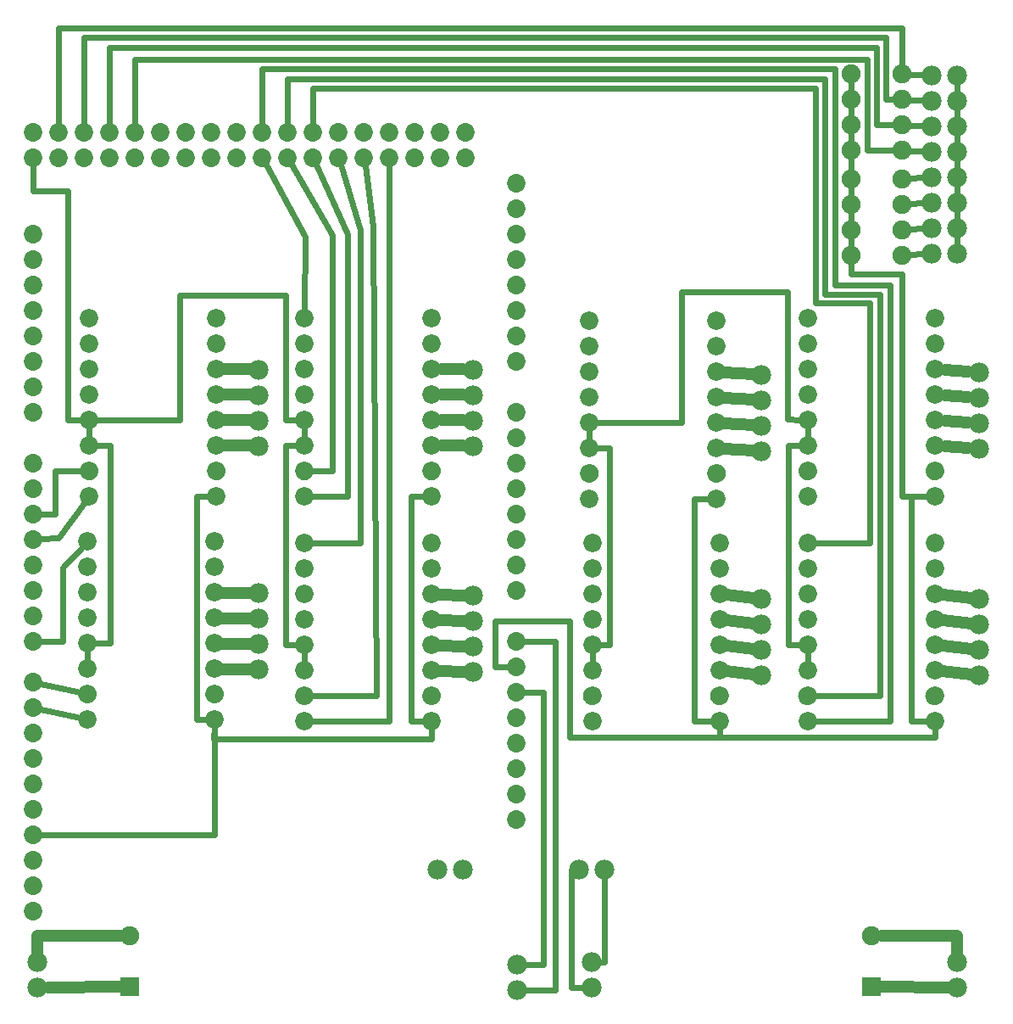
<source format=gtl>
G04 MADE WITH FRITZING*
G04 WWW.FRITZING.ORG*
G04 DOUBLE SIDED*
G04 HOLES PLATED*
G04 CONTOUR ON CENTER OF CONTOUR VECTOR*
%ASAXBY*%
%FSLAX23Y23*%
%MOIN*%
%OFA0B0*%
%SFA1.0B1.0*%
%ADD10C,0.072472*%
%ADD11C,0.072445*%
%ADD12C,0.072417*%
%ADD13C,0.072917*%
%ADD14C,0.078000*%
%ADD15C,0.075000*%
%ADD16R,0.075000X0.075000*%
%ADD17C,0.048000*%
%ADD18C,0.024000*%
%ADD19R,0.001000X0.001000*%
%LNCOPPER1*%
G90*
G70*
G54D10*
X843Y1190D03*
X343Y1890D03*
X343Y1790D03*
X343Y1690D03*
X343Y1590D03*
X343Y1490D03*
G54D11*
X343Y1390D03*
X343Y1290D03*
G54D10*
X343Y1190D03*
G54D11*
X843Y1890D03*
G54D12*
X843Y1790D03*
G54D11*
X843Y1690D03*
G54D10*
X843Y1590D03*
G54D11*
X843Y1490D03*
G54D12*
X843Y1390D03*
X843Y1290D03*
G54D13*
X2030Y2698D03*
X2030Y1098D03*
X2030Y2798D03*
X2030Y2898D03*
X2030Y2998D03*
X2030Y3098D03*
X630Y3398D03*
X2030Y3198D03*
X2030Y3298D03*
X130Y1138D03*
X2030Y1698D03*
X2030Y1798D03*
X2030Y1898D03*
X2030Y1998D03*
X1430Y3398D03*
X2030Y2098D03*
X2030Y2198D03*
X2030Y2298D03*
X2030Y2398D03*
X130Y1898D03*
X230Y3398D03*
X1030Y3398D03*
X1830Y3398D03*
X130Y738D03*
X2030Y1498D03*
X130Y1498D03*
X430Y3398D03*
X830Y3398D03*
X1230Y3398D03*
X130Y3098D03*
X1630Y3398D03*
X130Y2998D03*
X130Y2898D03*
X130Y2798D03*
X130Y2698D03*
X130Y2598D03*
X130Y2498D03*
X130Y2398D03*
X130Y538D03*
X130Y938D03*
X130Y1338D03*
X2030Y898D03*
X2030Y1298D03*
X130Y2098D03*
X130Y1698D03*
X130Y3398D03*
X330Y3398D03*
X530Y3398D03*
X730Y3398D03*
X930Y3398D03*
X1130Y3398D03*
X1330Y3398D03*
X1530Y3398D03*
X1730Y3398D03*
X130Y438D03*
X130Y638D03*
X130Y838D03*
X130Y1038D03*
X130Y1238D03*
X2030Y798D03*
X2030Y998D03*
X2030Y1198D03*
X2030Y1398D03*
X130Y2198D03*
X130Y1998D03*
X130Y1798D03*
X130Y1598D03*
X130Y3498D03*
X230Y3498D03*
X330Y3498D03*
X430Y3498D03*
X530Y3498D03*
X630Y3498D03*
X730Y3498D03*
X830Y3498D03*
X930Y3498D03*
X1030Y3498D03*
X1130Y3498D03*
X1230Y3498D03*
X1330Y3498D03*
X1430Y3498D03*
X1530Y3498D03*
X1630Y3498D03*
X1730Y3498D03*
X1830Y3498D03*
X2030Y2598D03*
G54D10*
X1696Y1183D03*
X1196Y1883D03*
X1196Y1783D03*
X1196Y1683D03*
X1196Y1583D03*
X1196Y1483D03*
G54D11*
X1196Y1383D03*
X1196Y1283D03*
G54D10*
X1196Y1183D03*
G54D11*
X1696Y1883D03*
G54D12*
X1696Y1783D03*
G54D11*
X1696Y1683D03*
G54D10*
X1696Y1583D03*
G54D11*
X1696Y1483D03*
G54D12*
X1696Y1383D03*
X1696Y1283D03*
G54D10*
X850Y2067D03*
X350Y2767D03*
X350Y2667D03*
X350Y2567D03*
X350Y2467D03*
X350Y2367D03*
G54D11*
X350Y2267D03*
X350Y2167D03*
G54D10*
X350Y2067D03*
G54D11*
X850Y2767D03*
G54D12*
X850Y2667D03*
G54D11*
X850Y2567D03*
G54D10*
X850Y2467D03*
G54D11*
X850Y2367D03*
G54D12*
X850Y2267D03*
X850Y2167D03*
G54D10*
X1696Y2067D03*
X1196Y2767D03*
X1196Y2667D03*
X1196Y2567D03*
X1196Y2467D03*
X1196Y2367D03*
G54D11*
X1196Y2267D03*
X1196Y2167D03*
G54D10*
X1196Y2067D03*
G54D11*
X1696Y2767D03*
G54D12*
X1696Y2667D03*
G54D11*
X1696Y2567D03*
G54D10*
X1696Y2467D03*
G54D11*
X1696Y2367D03*
G54D12*
X1696Y2267D03*
X1696Y2167D03*
G54D10*
X2817Y2057D03*
X2317Y2757D03*
X2317Y2657D03*
X2317Y2557D03*
X2317Y2457D03*
X2317Y2357D03*
G54D11*
X2317Y2257D03*
X2317Y2157D03*
G54D10*
X2317Y2057D03*
G54D11*
X2817Y2757D03*
G54D12*
X2817Y2657D03*
G54D11*
X2817Y2557D03*
G54D10*
X2817Y2457D03*
G54D11*
X2817Y2357D03*
G54D12*
X2817Y2257D03*
X2817Y2157D03*
G54D10*
X3675Y2067D03*
X3175Y2767D03*
X3175Y2667D03*
X3175Y2567D03*
X3175Y2467D03*
X3175Y2367D03*
G54D11*
X3175Y2267D03*
X3175Y2167D03*
G54D10*
X3175Y2067D03*
G54D11*
X3675Y2767D03*
G54D12*
X3675Y2667D03*
G54D11*
X3675Y2567D03*
G54D10*
X3675Y2467D03*
G54D11*
X3675Y2367D03*
G54D12*
X3675Y2267D03*
X3675Y2167D03*
G54D14*
X3761Y3022D03*
X3761Y3122D03*
X3761Y3222D03*
X3761Y3322D03*
X3761Y3422D03*
X3761Y3522D03*
X3761Y3622D03*
X3761Y3722D03*
X3761Y3022D03*
X3761Y3122D03*
X3761Y3222D03*
X3761Y3322D03*
X3761Y3422D03*
X3761Y3522D03*
X3761Y3622D03*
X3761Y3722D03*
X3661Y3722D03*
X3661Y3622D03*
X3661Y3522D03*
X3661Y3422D03*
X3661Y3322D03*
X3661Y3222D03*
X3661Y3122D03*
X3661Y3022D03*
X146Y136D03*
X146Y236D03*
G54D15*
X510Y140D03*
X510Y340D03*
G54D10*
X2828Y1183D03*
X2328Y1883D03*
X2328Y1783D03*
X2328Y1683D03*
X2328Y1583D03*
X2328Y1483D03*
G54D11*
X2328Y1383D03*
X2328Y1283D03*
G54D10*
X2328Y1183D03*
G54D11*
X2828Y1883D03*
G54D12*
X2828Y1783D03*
G54D11*
X2828Y1683D03*
G54D10*
X2828Y1583D03*
G54D11*
X2828Y1483D03*
G54D12*
X2828Y1383D03*
X2828Y1283D03*
G54D10*
X3674Y1183D03*
X3174Y1883D03*
X3174Y1783D03*
X3174Y1683D03*
X3174Y1583D03*
X3174Y1483D03*
G54D11*
X3174Y1383D03*
X3174Y1283D03*
G54D10*
X3174Y1183D03*
G54D11*
X3674Y1883D03*
G54D12*
X3674Y1783D03*
G54D11*
X3674Y1683D03*
G54D10*
X3674Y1583D03*
G54D11*
X3674Y1483D03*
G54D12*
X3674Y1383D03*
X3674Y1283D03*
G54D14*
X3763Y136D03*
X3763Y236D03*
X2326Y236D03*
X2326Y136D03*
X2032Y229D03*
X2032Y129D03*
X1015Y2565D03*
X1015Y2465D03*
X1015Y2365D03*
X1015Y2265D03*
X1859Y2565D03*
X1859Y2465D03*
X1859Y2365D03*
X1859Y2265D03*
X1015Y1688D03*
X1015Y1588D03*
X1015Y1488D03*
X1015Y1388D03*
X1859Y1677D03*
X1859Y1577D03*
X1859Y1477D03*
X1859Y1377D03*
X1820Y600D03*
X1720Y600D03*
X2376Y600D03*
X2276Y600D03*
X2993Y2543D03*
X2993Y2443D03*
X2993Y2343D03*
X2993Y2243D03*
X3848Y2554D03*
X3848Y2454D03*
X3848Y2354D03*
X3848Y2254D03*
X2993Y1665D03*
X2993Y1565D03*
X2993Y1465D03*
X2993Y1365D03*
X3848Y1665D03*
X3848Y1565D03*
X3848Y1465D03*
X3848Y1365D03*
G54D15*
X3426Y140D03*
X3426Y340D03*
X3344Y3726D03*
X3544Y3726D03*
X3344Y3626D03*
X3544Y3626D03*
X3344Y3526D03*
X3544Y3526D03*
X3344Y3426D03*
X3544Y3426D03*
X3344Y3315D03*
X3544Y3315D03*
X3344Y3215D03*
X3544Y3215D03*
X3344Y3115D03*
X3544Y3115D03*
X3344Y3015D03*
X3544Y3015D03*
G54D16*
X510Y140D03*
X3426Y140D03*
G54D17*
X146Y340D02*
X146Y278D01*
D02*
X471Y340D02*
X146Y340D01*
D02*
X3763Y340D02*
X3763Y278D01*
D02*
X3466Y340D02*
X3763Y340D01*
G54D18*
D02*
X2135Y229D02*
X2135Y1298D01*
D02*
X2062Y229D02*
X2135Y229D01*
D02*
X2135Y1298D02*
X2060Y1298D01*
D02*
X2183Y129D02*
X2183Y1498D01*
D02*
X2183Y1498D02*
X2060Y1498D01*
D02*
X2062Y129D02*
X2183Y129D01*
G54D17*
D02*
X1829Y1678D02*
X1726Y1682D01*
D02*
X1829Y1578D02*
X1726Y1582D01*
D02*
X1829Y1478D02*
X1726Y1482D01*
D02*
X1829Y1378D02*
X1726Y1382D01*
D02*
X985Y1688D02*
X873Y1689D01*
D02*
X985Y1588D02*
X873Y1589D01*
D02*
X985Y1488D02*
X873Y1489D01*
D02*
X985Y1388D02*
X873Y1389D01*
D02*
X985Y2566D02*
X880Y2566D01*
D02*
X985Y2466D02*
X880Y2466D01*
D02*
X985Y2366D02*
X880Y2366D01*
D02*
X985Y2266D02*
X880Y2266D01*
D02*
X1818Y2566D02*
X1737Y2566D01*
D02*
X1818Y2466D02*
X1737Y2466D01*
D02*
X1818Y2366D02*
X1737Y2366D01*
D02*
X1818Y2266D02*
X1737Y2266D01*
G54D18*
D02*
X843Y1160D02*
X843Y738D01*
D02*
X843Y738D02*
X160Y738D01*
D02*
X2376Y236D02*
X2376Y570D01*
D02*
X2356Y236D02*
X2376Y236D01*
D02*
X2244Y136D02*
X2244Y600D01*
D02*
X2244Y600D02*
X2245Y600D01*
D02*
X2296Y136D02*
X2244Y136D01*
G54D17*
D02*
X3466Y140D02*
X3721Y137D01*
D02*
X471Y140D02*
X188Y137D01*
G54D18*
D02*
X839Y1115D02*
X1696Y1115D01*
D02*
X1696Y1115D02*
X1696Y1153D01*
D02*
X841Y1160D02*
X839Y1115D01*
D02*
X772Y1190D02*
X772Y2067D01*
D02*
X772Y2067D02*
X820Y2067D01*
D02*
X813Y1190D02*
X772Y1190D01*
D02*
X1617Y1183D02*
X1617Y2067D01*
D02*
X1617Y2067D02*
X1666Y2067D01*
D02*
X1666Y1183D02*
X1617Y1183D01*
D02*
X2239Y1578D02*
X1944Y1578D01*
D02*
X2239Y1120D02*
X2239Y1578D01*
D02*
X2828Y1120D02*
X2239Y1120D01*
D02*
X2828Y1153D02*
X2828Y1120D01*
D02*
X1944Y1398D02*
X2000Y1398D01*
D02*
X1944Y1578D02*
X1944Y1398D01*
D02*
X3674Y1120D02*
X3674Y1153D01*
D02*
X2828Y1120D02*
X3674Y1120D01*
D02*
X2828Y1153D02*
X2828Y1120D01*
G54D17*
D02*
X2963Y2546D02*
X2847Y2555D01*
D02*
X2963Y2446D02*
X2847Y2455D01*
D02*
X2963Y2346D02*
X2847Y2355D01*
D02*
X2963Y2246D02*
X2847Y2255D01*
D02*
X2963Y1669D02*
X2857Y1680D01*
D02*
X2963Y1569D02*
X2857Y1580D01*
D02*
X2963Y1469D02*
X2857Y1480D01*
D02*
X2963Y1369D02*
X2857Y1380D01*
D02*
X3807Y2557D02*
X3716Y2564D01*
D02*
X3807Y2457D02*
X3716Y2464D01*
D02*
X3807Y2357D02*
X3716Y2364D01*
D02*
X3807Y2257D02*
X3716Y2264D01*
D02*
X3818Y1368D02*
X3703Y1380D01*
D02*
X3818Y1468D02*
X3704Y1480D01*
D02*
X3818Y1568D02*
X3704Y1580D01*
D02*
X3818Y1668D02*
X3704Y1680D01*
G54D18*
D02*
X343Y1420D02*
X343Y1460D01*
D02*
X350Y2297D02*
X350Y2337D01*
D02*
X1196Y2297D02*
X1196Y2337D01*
D02*
X1196Y1413D02*
X1196Y1453D01*
D02*
X2317Y2287D02*
X2317Y2327D01*
D02*
X2328Y1413D02*
X2328Y1453D01*
D02*
X3175Y2297D02*
X3175Y2337D01*
D02*
X3174Y1413D02*
X3174Y1453D01*
D02*
X1166Y2267D02*
X1122Y2267D01*
D02*
X1122Y2267D02*
X1122Y1483D01*
D02*
X1122Y1483D02*
X1166Y1483D01*
D02*
X433Y2267D02*
X380Y2267D01*
D02*
X433Y1490D02*
X433Y2267D01*
D02*
X373Y1490D02*
X433Y1490D01*
D02*
X267Y3267D02*
X130Y3267D01*
D02*
X267Y2367D02*
X267Y3267D01*
D02*
X130Y3267D02*
X130Y3368D01*
D02*
X320Y2367D02*
X267Y2367D01*
D02*
X2394Y2257D02*
X2394Y1483D01*
D02*
X2394Y1483D02*
X2357Y1483D01*
D02*
X2347Y2257D02*
X2394Y2257D01*
D02*
X1122Y2859D02*
X706Y2859D01*
D02*
X706Y2859D02*
X706Y2367D01*
D02*
X1122Y2367D02*
X1122Y2859D01*
D02*
X706Y2367D02*
X380Y2367D01*
D02*
X1166Y2367D02*
X1122Y2367D01*
D02*
X3094Y2370D02*
X3094Y2870D01*
D02*
X3094Y2870D02*
X2678Y2870D01*
D02*
X2678Y2870D02*
X2678Y2357D01*
D02*
X2678Y2357D02*
X2347Y2357D01*
D02*
X3145Y2368D02*
X3094Y2370D01*
D02*
X3583Y1183D02*
X3583Y2067D01*
D02*
X3583Y2067D02*
X3645Y2067D01*
D02*
X3644Y1183D02*
X3583Y1183D01*
D02*
X2728Y1183D02*
X2728Y2057D01*
D02*
X2728Y2057D02*
X2787Y2057D01*
D02*
X2798Y1183D02*
X2728Y1183D01*
D02*
X3631Y3723D02*
X3573Y3725D01*
D02*
X3631Y3623D02*
X3573Y3625D01*
D02*
X3631Y3523D02*
X3573Y3525D01*
D02*
X3631Y3423D02*
X3573Y3425D01*
D02*
X3631Y3320D02*
X3573Y3317D01*
D02*
X3631Y3220D02*
X3573Y3217D01*
D02*
X3631Y3120D02*
X3573Y3117D01*
D02*
X3631Y3020D02*
X3573Y3017D01*
D02*
X3761Y3092D02*
X3761Y3052D01*
D02*
X3761Y3152D02*
X3761Y3192D01*
D02*
X3761Y3252D02*
X3761Y3292D01*
D02*
X3761Y3352D02*
X3761Y3392D01*
D02*
X3761Y3452D02*
X3761Y3492D01*
D02*
X3761Y3552D02*
X3761Y3592D01*
D02*
X3761Y3652D02*
X3761Y3692D01*
D02*
X3344Y3654D02*
X3344Y3697D01*
D02*
X3344Y3597D02*
X3344Y3554D01*
D02*
X3344Y3497D02*
X3344Y3454D01*
D02*
X3344Y3397D02*
X3344Y3343D01*
D02*
X3344Y3286D02*
X3344Y3243D01*
D02*
X3344Y3186D02*
X3344Y3143D01*
D02*
X3344Y3086D02*
X3344Y3043D01*
D02*
X3544Y2940D02*
X3544Y2067D01*
D02*
X3344Y2940D02*
X3544Y2940D01*
D02*
X3544Y2067D02*
X3645Y2067D01*
D02*
X3344Y2986D02*
X3344Y2940D01*
D02*
X230Y3909D02*
X230Y3529D01*
D02*
X3544Y3909D02*
X230Y3909D01*
D02*
X3544Y3754D02*
X3544Y3909D01*
D02*
X3483Y3626D02*
X3483Y3870D01*
D02*
X3483Y3870D02*
X330Y3870D01*
D02*
X330Y3870D02*
X330Y3529D01*
D02*
X3516Y3626D02*
X3483Y3626D01*
D02*
X3444Y3526D02*
X3444Y3830D01*
D02*
X3444Y3830D02*
X430Y3830D01*
D02*
X430Y3830D02*
X430Y3529D01*
D02*
X3516Y3526D02*
X3444Y3526D01*
D02*
X3408Y3426D02*
X3408Y3785D01*
D02*
X3408Y3785D02*
X530Y3785D01*
D02*
X3516Y3426D02*
X3408Y3426D01*
D02*
X530Y3785D02*
X530Y3529D01*
D02*
X3500Y1183D02*
X3500Y2898D01*
D02*
X3283Y2898D02*
X3283Y3748D01*
D02*
X3500Y2898D02*
X3283Y2898D01*
D02*
X3204Y1183D02*
X3500Y1183D01*
D02*
X3283Y3748D02*
X1030Y3748D01*
D02*
X1030Y3748D02*
X1030Y3529D01*
D02*
X3458Y2862D02*
X3242Y2862D01*
D02*
X3242Y2862D02*
X3242Y3709D01*
D02*
X3458Y1283D02*
X3458Y2862D01*
D02*
X3204Y1283D02*
X3458Y1283D01*
D02*
X3242Y3709D02*
X1130Y3709D01*
D02*
X1130Y3709D02*
X1130Y3529D01*
D02*
X3418Y2826D02*
X3418Y1883D01*
D02*
X3204Y2826D02*
X3418Y2826D01*
D02*
X3204Y3670D02*
X3204Y2826D01*
D02*
X1230Y3670D02*
X3204Y3670D01*
D02*
X1230Y3529D02*
X1230Y3670D01*
D02*
X3418Y1883D02*
X3204Y1883D01*
D02*
X3144Y1483D02*
X3100Y1483D01*
D02*
X3100Y1483D02*
X3100Y2267D01*
D02*
X3100Y2267D02*
X3145Y2267D01*
D02*
X1530Y1183D02*
X1226Y1183D01*
D02*
X1530Y3368D02*
X1530Y1183D01*
D02*
X1467Y3126D02*
X1478Y1283D01*
D02*
X1434Y3369D02*
X1467Y3126D01*
D02*
X1478Y1283D02*
X1226Y1283D01*
D02*
X1417Y3115D02*
X1417Y1883D01*
D02*
X1339Y3370D02*
X1417Y3115D01*
D02*
X1417Y1883D02*
X1226Y1883D01*
D02*
X1367Y3098D02*
X1367Y2067D01*
D02*
X1367Y2067D02*
X1226Y2067D01*
D02*
X1243Y3371D02*
X1367Y3098D01*
D02*
X1306Y2167D02*
X1226Y2167D01*
D02*
X1306Y3093D02*
X1306Y2167D01*
D02*
X1145Y3372D02*
X1306Y3093D01*
D02*
X1196Y2797D02*
X1200Y3087D01*
X1200Y3087D02*
X1044Y3372D01*
D02*
X314Y1196D02*
X159Y1232D01*
D02*
X314Y1296D02*
X159Y1332D01*
D02*
X244Y1498D02*
X244Y1787D01*
D02*
X244Y1787D02*
X322Y1868D01*
D02*
X160Y1498D02*
X244Y1498D01*
D02*
X217Y1998D02*
X160Y1998D01*
D02*
X217Y2167D02*
X217Y1998D01*
D02*
X320Y2167D02*
X217Y2167D01*
D02*
X160Y1900D02*
X228Y1904D01*
D02*
X228Y1904D02*
X332Y2043D01*
G54D19*
X346Y2203D02*
X353Y2203D01*
X846Y2203D02*
X853Y2203D01*
X1192Y2203D02*
X1199Y2203D01*
X1692Y2203D02*
X1699Y2203D01*
X3171Y2203D02*
X3179Y2203D01*
X3671Y2203D02*
X3678Y2203D01*
X341Y2202D02*
X358Y2202D01*
X841Y2202D02*
X858Y2202D01*
X1187Y2202D02*
X1204Y2202D01*
X1687Y2202D02*
X1704Y2202D01*
X3166Y2202D02*
X3183Y2202D01*
X3666Y2202D02*
X3683Y2202D01*
X338Y2201D02*
X361Y2201D01*
X838Y2201D02*
X861Y2201D01*
X1184Y2201D02*
X1207Y2201D01*
X1684Y2201D02*
X1707Y2201D01*
X3163Y2201D02*
X3187Y2201D01*
X3663Y2201D02*
X3687Y2201D01*
X335Y2200D02*
X363Y2200D01*
X835Y2200D02*
X863Y2200D01*
X1181Y2200D02*
X1210Y2200D01*
X1681Y2200D02*
X1710Y2200D01*
X3161Y2200D02*
X3189Y2200D01*
X3661Y2200D02*
X3689Y2200D01*
X333Y2199D02*
X365Y2199D01*
X833Y2199D02*
X865Y2199D01*
X1179Y2199D02*
X1212Y2199D01*
X1679Y2199D02*
X1712Y2199D01*
X3159Y2199D02*
X3191Y2199D01*
X3659Y2199D02*
X3691Y2199D01*
X331Y2198D02*
X367Y2198D01*
X831Y2198D02*
X867Y2198D01*
X1177Y2198D02*
X1213Y2198D01*
X1677Y2198D02*
X1713Y2198D01*
X3157Y2198D02*
X3193Y2198D01*
X3657Y2198D02*
X3693Y2198D01*
X329Y2197D02*
X369Y2197D01*
X829Y2197D02*
X869Y2197D01*
X1176Y2197D02*
X1215Y2197D01*
X1676Y2197D02*
X1715Y2197D01*
X3155Y2197D02*
X3195Y2197D01*
X3655Y2197D02*
X3695Y2197D01*
X328Y2196D02*
X370Y2196D01*
X828Y2196D02*
X870Y2196D01*
X1174Y2196D02*
X1217Y2196D01*
X1674Y2196D02*
X1717Y2196D01*
X3154Y2196D02*
X3196Y2196D01*
X3654Y2196D02*
X3696Y2196D01*
X327Y2195D02*
X372Y2195D01*
X827Y2195D02*
X872Y2195D01*
X1173Y2195D02*
X1218Y2195D01*
X1673Y2195D02*
X1718Y2195D01*
X3152Y2195D02*
X3197Y2195D01*
X3652Y2195D02*
X3697Y2195D01*
X326Y2194D02*
X373Y2194D01*
X826Y2194D02*
X873Y2194D01*
X1172Y2194D02*
X1219Y2194D01*
X1672Y2194D02*
X1719Y2194D01*
X3151Y2194D02*
X3199Y2194D01*
X3651Y2194D02*
X3699Y2194D01*
X324Y2193D02*
X374Y2193D01*
X824Y2193D02*
X874Y2193D01*
X1171Y2193D02*
X1220Y2193D01*
X1671Y2193D02*
X1720Y2193D01*
X2310Y2193D02*
X2324Y2193D01*
X2810Y2193D02*
X2824Y2193D01*
X3150Y2193D02*
X3200Y2193D01*
X3650Y2193D02*
X3700Y2193D01*
X323Y2192D02*
X375Y2192D01*
X823Y2192D02*
X875Y2192D01*
X1170Y2192D02*
X1221Y2192D01*
X1670Y2192D02*
X1721Y2192D01*
X2306Y2192D02*
X2327Y2192D01*
X2806Y2192D02*
X2827Y2192D01*
X3149Y2192D02*
X3201Y2192D01*
X3649Y2192D02*
X3701Y2192D01*
X323Y2191D02*
X376Y2191D01*
X823Y2191D02*
X876Y2191D01*
X1169Y2191D02*
X1222Y2191D01*
X1669Y2191D02*
X1722Y2191D01*
X2303Y2191D02*
X2330Y2191D01*
X2804Y2191D02*
X2830Y2191D01*
X3148Y2191D02*
X3201Y2191D01*
X3648Y2191D02*
X3701Y2191D01*
X322Y2190D02*
X377Y2190D01*
X822Y2190D02*
X877Y2190D01*
X1168Y2190D02*
X1223Y2190D01*
X1668Y2190D02*
X1723Y2190D01*
X2301Y2190D02*
X2332Y2190D01*
X2801Y2190D02*
X2832Y2190D01*
X3147Y2190D02*
X3202Y2190D01*
X3647Y2190D02*
X3702Y2190D01*
X321Y2189D02*
X377Y2189D01*
X821Y2189D02*
X877Y2189D01*
X1167Y2189D02*
X1224Y2189D01*
X1667Y2189D02*
X1724Y2189D01*
X2299Y2189D02*
X2334Y2189D01*
X2799Y2189D02*
X2834Y2189D01*
X3147Y2189D02*
X3203Y2189D01*
X3647Y2189D02*
X3703Y2189D01*
X320Y2188D02*
X378Y2188D01*
X820Y2188D02*
X878Y2188D01*
X1166Y2188D02*
X1224Y2188D01*
X1666Y2188D02*
X1724Y2188D01*
X2298Y2188D02*
X2336Y2188D01*
X2798Y2188D02*
X2836Y2188D01*
X3146Y2188D02*
X3204Y2188D01*
X3646Y2188D02*
X3704Y2188D01*
X320Y2187D02*
X379Y2187D01*
X820Y2187D02*
X879Y2187D01*
X1166Y2187D02*
X1225Y2187D01*
X1666Y2187D02*
X1725Y2187D01*
X2296Y2187D02*
X2337Y2187D01*
X2796Y2187D02*
X2837Y2187D01*
X3145Y2187D02*
X3204Y2187D01*
X3645Y2187D02*
X3704Y2187D01*
X319Y2186D02*
X379Y2186D01*
X819Y2186D02*
X879Y2186D01*
X1165Y2186D02*
X1226Y2186D01*
X1665Y2186D02*
X1726Y2186D01*
X2295Y2186D02*
X2339Y2186D01*
X2795Y2186D02*
X2839Y2186D01*
X3145Y2186D02*
X3205Y2186D01*
X3645Y2186D02*
X3705Y2186D01*
X318Y2185D02*
X343Y2185D01*
X356Y2185D02*
X380Y2185D01*
X818Y2185D02*
X843Y2185D01*
X856Y2185D02*
X880Y2185D01*
X1165Y2185D02*
X1189Y2185D01*
X1202Y2185D02*
X1226Y2185D01*
X1665Y2185D02*
X1689Y2185D01*
X1702Y2185D02*
X1726Y2185D01*
X2294Y2185D02*
X2340Y2185D01*
X2794Y2185D02*
X2840Y2185D01*
X3144Y2185D02*
X3168Y2185D01*
X3181Y2185D02*
X3206Y2185D01*
X3644Y2185D02*
X3668Y2185D01*
X3681Y2185D02*
X3706Y2185D01*
X318Y2184D02*
X340Y2184D01*
X358Y2184D02*
X381Y2184D01*
X818Y2184D02*
X840Y2184D01*
X858Y2184D02*
X881Y2184D01*
X1164Y2184D02*
X1186Y2184D01*
X1204Y2184D02*
X1227Y2184D01*
X1664Y2184D02*
X1686Y2184D01*
X1704Y2184D02*
X1727Y2184D01*
X2292Y2184D02*
X2341Y2184D01*
X2792Y2184D02*
X2841Y2184D01*
X3143Y2184D02*
X3166Y2184D01*
X3184Y2184D02*
X3206Y2184D01*
X3643Y2184D02*
X3666Y2184D01*
X3684Y2184D02*
X3706Y2184D01*
X317Y2183D02*
X338Y2183D01*
X360Y2183D02*
X381Y2183D01*
X817Y2183D02*
X838Y2183D01*
X860Y2183D02*
X881Y2183D01*
X1164Y2183D02*
X1185Y2183D01*
X1206Y2183D02*
X1227Y2183D01*
X1664Y2183D02*
X1685Y2183D01*
X1706Y2183D02*
X1727Y2183D01*
X2291Y2183D02*
X2342Y2183D01*
X2791Y2183D02*
X2842Y2183D01*
X3143Y2183D02*
X3164Y2183D01*
X3186Y2183D02*
X3207Y2183D01*
X3643Y2183D02*
X3664Y2183D01*
X3686Y2183D02*
X3707Y2183D01*
X317Y2182D02*
X337Y2182D01*
X361Y2182D02*
X382Y2182D01*
X817Y2182D02*
X837Y2182D01*
X861Y2182D02*
X882Y2182D01*
X1163Y2182D02*
X1183Y2182D01*
X1207Y2182D02*
X1228Y2182D01*
X1663Y2182D02*
X1683Y2182D01*
X1707Y2182D02*
X1728Y2182D01*
X2290Y2182D02*
X2343Y2182D01*
X2790Y2182D02*
X2843Y2182D01*
X3143Y2182D02*
X3163Y2182D01*
X3187Y2182D02*
X3207Y2182D01*
X3643Y2182D02*
X3663Y2182D01*
X3687Y2182D02*
X3707Y2182D01*
X316Y2181D02*
X336Y2181D01*
X362Y2181D02*
X382Y2181D01*
X816Y2181D02*
X836Y2181D01*
X862Y2181D02*
X882Y2181D01*
X1163Y2181D02*
X1182Y2181D01*
X1209Y2181D02*
X1228Y2181D01*
X1663Y2181D02*
X1682Y2181D01*
X1709Y2181D02*
X1728Y2181D01*
X2290Y2181D02*
X2344Y2181D01*
X2790Y2181D02*
X2844Y2181D01*
X3142Y2181D02*
X3162Y2181D01*
X3188Y2181D02*
X3208Y2181D01*
X3642Y2181D02*
X3662Y2181D01*
X3688Y2181D02*
X3708Y2181D01*
X316Y2180D02*
X335Y2180D01*
X363Y2180D02*
X382Y2180D01*
X816Y2180D02*
X835Y2180D01*
X863Y2180D02*
X882Y2180D01*
X1162Y2180D02*
X1181Y2180D01*
X1210Y2180D02*
X1229Y2180D01*
X1662Y2180D02*
X1681Y2180D01*
X1710Y2180D02*
X1729Y2180D01*
X2289Y2180D02*
X2345Y2180D01*
X2789Y2180D02*
X2845Y2180D01*
X3142Y2180D02*
X3161Y2180D01*
X3189Y2180D02*
X3208Y2180D01*
X3642Y2180D02*
X3661Y2180D01*
X3689Y2180D02*
X3708Y2180D01*
X316Y2179D02*
X334Y2179D01*
X364Y2179D02*
X383Y2179D01*
X816Y2179D02*
X834Y2179D01*
X864Y2179D02*
X883Y2179D01*
X1162Y2179D02*
X1180Y2179D01*
X1210Y2179D02*
X1229Y2179D01*
X1662Y2179D02*
X1680Y2179D01*
X1710Y2179D02*
X1729Y2179D01*
X2288Y2179D02*
X2345Y2179D01*
X2788Y2179D02*
X2845Y2179D01*
X3141Y2179D02*
X3160Y2179D01*
X3190Y2179D02*
X3208Y2179D01*
X3641Y2179D02*
X3660Y2179D01*
X3690Y2179D02*
X3708Y2179D01*
X315Y2178D02*
X333Y2178D01*
X365Y2178D02*
X383Y2178D01*
X815Y2178D02*
X833Y2178D01*
X865Y2178D02*
X883Y2178D01*
X1161Y2178D02*
X1179Y2178D01*
X1211Y2178D02*
X1229Y2178D01*
X1661Y2178D02*
X1679Y2178D01*
X1711Y2178D02*
X1729Y2178D01*
X2287Y2178D02*
X2346Y2178D01*
X2787Y2178D02*
X2846Y2178D01*
X3141Y2178D02*
X3159Y2178D01*
X3191Y2178D02*
X3209Y2178D01*
X3641Y2178D02*
X3659Y2178D01*
X3691Y2178D02*
X3709Y2178D01*
X315Y2177D02*
X333Y2177D01*
X366Y2177D02*
X383Y2177D01*
X815Y2177D02*
X833Y2177D01*
X866Y2177D02*
X883Y2177D01*
X1161Y2177D02*
X1179Y2177D01*
X1212Y2177D02*
X1230Y2177D01*
X1661Y2177D02*
X1679Y2177D01*
X1712Y2177D02*
X1730Y2177D01*
X2287Y2177D02*
X2347Y2177D01*
X2787Y2177D02*
X2847Y2177D01*
X3141Y2177D02*
X3158Y2177D01*
X3191Y2177D02*
X3209Y2177D01*
X3641Y2177D02*
X3658Y2177D01*
X3691Y2177D02*
X3709Y2177D01*
X315Y2176D02*
X332Y2176D01*
X366Y2176D02*
X384Y2176D01*
X815Y2176D02*
X832Y2176D01*
X866Y2176D02*
X884Y2176D01*
X1161Y2176D02*
X1178Y2176D01*
X1213Y2176D02*
X1230Y2176D01*
X1661Y2176D02*
X1678Y2176D01*
X1713Y2176D02*
X1730Y2176D01*
X2286Y2176D02*
X2312Y2176D01*
X2322Y2176D02*
X2347Y2176D01*
X2786Y2176D02*
X2812Y2176D01*
X2822Y2176D02*
X2847Y2176D01*
X3140Y2176D02*
X3158Y2176D01*
X3192Y2176D02*
X3209Y2176D01*
X3640Y2176D02*
X3658Y2176D01*
X3692Y2176D02*
X3709Y2176D01*
X314Y2175D02*
X331Y2175D01*
X367Y2175D02*
X384Y2175D01*
X814Y2175D02*
X831Y2175D01*
X867Y2175D02*
X884Y2175D01*
X1161Y2175D02*
X1178Y2175D01*
X1213Y2175D02*
X1230Y2175D01*
X1661Y2175D02*
X1678Y2175D01*
X1713Y2175D02*
X1730Y2175D01*
X2286Y2175D02*
X2308Y2175D01*
X2325Y2175D02*
X2348Y2175D01*
X2786Y2175D02*
X2808Y2175D01*
X2825Y2175D02*
X2848Y2175D01*
X3140Y2175D02*
X3157Y2175D01*
X3193Y2175D02*
X3210Y2175D01*
X3640Y2175D02*
X3657Y2175D01*
X3693Y2175D02*
X3710Y2175D01*
X314Y2174D02*
X331Y2174D01*
X367Y2174D02*
X384Y2174D01*
X814Y2174D02*
X831Y2174D01*
X867Y2174D02*
X884Y2174D01*
X1160Y2174D02*
X1177Y2174D01*
X1214Y2174D02*
X1230Y2174D01*
X1660Y2174D02*
X1677Y2174D01*
X1714Y2174D02*
X1730Y2174D01*
X2285Y2174D02*
X2307Y2174D01*
X2327Y2174D02*
X2348Y2174D01*
X2785Y2174D02*
X2807Y2174D01*
X2827Y2174D02*
X2848Y2174D01*
X3140Y2174D02*
X3157Y2174D01*
X3193Y2174D02*
X3210Y2174D01*
X3640Y2174D02*
X3657Y2174D01*
X3693Y2174D02*
X3710Y2174D01*
X314Y2173D02*
X331Y2173D01*
X368Y2173D02*
X384Y2173D01*
X814Y2173D02*
X831Y2173D01*
X868Y2173D02*
X884Y2173D01*
X1160Y2173D02*
X1177Y2173D01*
X1214Y2173D02*
X1231Y2173D01*
X1660Y2173D02*
X1677Y2173D01*
X1714Y2173D02*
X1731Y2173D01*
X2285Y2173D02*
X2305Y2173D01*
X2328Y2173D02*
X2349Y2173D01*
X2785Y2173D02*
X2805Y2173D01*
X2828Y2173D02*
X2849Y2173D01*
X3140Y2173D02*
X3156Y2173D01*
X3193Y2173D02*
X3210Y2173D01*
X3640Y2173D02*
X3656Y2173D01*
X3693Y2173D02*
X3710Y2173D01*
X314Y2172D02*
X330Y2172D01*
X368Y2172D02*
X385Y2172D01*
X814Y2172D02*
X830Y2172D01*
X868Y2172D02*
X885Y2172D01*
X1160Y2172D02*
X1177Y2172D01*
X1214Y2172D02*
X1231Y2172D01*
X1660Y2172D02*
X1677Y2172D01*
X1714Y2172D02*
X1731Y2172D01*
X2284Y2172D02*
X2304Y2172D01*
X2329Y2172D02*
X2349Y2172D01*
X2784Y2172D02*
X2804Y2172D01*
X2829Y2172D02*
X2849Y2172D01*
X3140Y2172D02*
X3156Y2172D01*
X3194Y2172D02*
X3210Y2172D01*
X3640Y2172D02*
X3656Y2172D01*
X3694Y2172D02*
X3710Y2172D01*
X314Y2171D02*
X330Y2171D01*
X368Y2171D02*
X385Y2171D01*
X814Y2171D02*
X830Y2171D01*
X868Y2171D02*
X885Y2171D01*
X1160Y2171D02*
X1176Y2171D01*
X1214Y2171D02*
X1231Y2171D01*
X1660Y2171D02*
X1676Y2171D01*
X1714Y2171D02*
X1731Y2171D01*
X2284Y2171D02*
X2303Y2171D01*
X2331Y2171D02*
X2350Y2171D01*
X2784Y2171D02*
X2803Y2171D01*
X2831Y2171D02*
X2850Y2171D01*
X3139Y2171D02*
X3156Y2171D01*
X3194Y2171D02*
X3210Y2171D01*
X3639Y2171D02*
X3656Y2171D01*
X3694Y2171D02*
X3710Y2171D01*
X314Y2170D02*
X330Y2170D01*
X368Y2170D02*
X385Y2170D01*
X814Y2170D02*
X830Y2170D01*
X868Y2170D02*
X885Y2170D01*
X1160Y2170D02*
X1176Y2170D01*
X1215Y2170D02*
X1231Y2170D01*
X1660Y2170D02*
X1676Y2170D01*
X1715Y2170D02*
X1731Y2170D01*
X2283Y2170D02*
X2302Y2170D01*
X2331Y2170D02*
X2350Y2170D01*
X2783Y2170D02*
X2802Y2170D01*
X2831Y2170D02*
X2850Y2170D01*
X3139Y2170D02*
X3156Y2170D01*
X3194Y2170D02*
X3210Y2170D01*
X3639Y2170D02*
X3656Y2170D01*
X3694Y2170D02*
X3710Y2170D01*
X314Y2169D02*
X330Y2169D01*
X368Y2169D02*
X385Y2169D01*
X814Y2169D02*
X830Y2169D01*
X868Y2169D02*
X885Y2169D01*
X1160Y2169D02*
X1176Y2169D01*
X1215Y2169D02*
X1231Y2169D01*
X1660Y2169D02*
X1676Y2169D01*
X1715Y2169D02*
X1731Y2169D01*
X2283Y2169D02*
X2301Y2169D01*
X2332Y2169D02*
X2350Y2169D01*
X2783Y2169D02*
X2801Y2169D01*
X2832Y2169D02*
X2850Y2169D01*
X3139Y2169D02*
X3156Y2169D01*
X3194Y2169D02*
X3210Y2169D01*
X3639Y2169D02*
X3656Y2169D01*
X3694Y2169D02*
X3710Y2169D01*
X314Y2168D02*
X330Y2168D01*
X369Y2168D02*
X385Y2168D01*
X814Y2168D02*
X830Y2168D01*
X869Y2168D02*
X885Y2168D01*
X1160Y2168D02*
X1176Y2168D01*
X1215Y2168D02*
X1231Y2168D01*
X1660Y2168D02*
X1676Y2168D01*
X1715Y2168D02*
X1731Y2168D01*
X2283Y2168D02*
X2300Y2168D01*
X2333Y2168D02*
X2351Y2168D01*
X2783Y2168D02*
X2800Y2168D01*
X2833Y2168D02*
X2851Y2168D01*
X3139Y2168D02*
X3156Y2168D01*
X3194Y2168D02*
X3211Y2168D01*
X3639Y2168D02*
X3656Y2168D01*
X3694Y2168D02*
X3711Y2168D01*
X313Y2167D02*
X330Y2167D01*
X369Y2167D02*
X385Y2167D01*
X814Y2167D02*
X830Y2167D01*
X869Y2167D02*
X885Y2167D01*
X1160Y2167D02*
X1176Y2167D01*
X1215Y2167D02*
X1231Y2167D01*
X1660Y2167D02*
X1676Y2167D01*
X1715Y2167D02*
X1731Y2167D01*
X2282Y2167D02*
X2300Y2167D01*
X2334Y2167D02*
X2351Y2167D01*
X2782Y2167D02*
X2800Y2167D01*
X2834Y2167D02*
X2851Y2167D01*
X3139Y2167D02*
X3156Y2167D01*
X3194Y2167D02*
X3211Y2167D01*
X3639Y2167D02*
X3656Y2167D01*
X3694Y2167D02*
X3711Y2167D01*
X314Y2166D02*
X330Y2166D01*
X368Y2166D02*
X385Y2166D01*
X814Y2166D02*
X830Y2166D01*
X868Y2166D02*
X885Y2166D01*
X1160Y2166D02*
X1176Y2166D01*
X1215Y2166D02*
X1231Y2166D01*
X1660Y2166D02*
X1676Y2166D01*
X1715Y2166D02*
X1731Y2166D01*
X2282Y2166D02*
X2299Y2166D01*
X2334Y2166D02*
X2351Y2166D01*
X2782Y2166D02*
X2799Y2166D01*
X2834Y2166D02*
X2851Y2166D01*
X3139Y2166D02*
X3156Y2166D01*
X3194Y2166D02*
X3211Y2166D01*
X3639Y2166D02*
X3656Y2166D01*
X3694Y2166D02*
X3711Y2166D01*
X314Y2165D02*
X330Y2165D01*
X368Y2165D02*
X385Y2165D01*
X814Y2165D02*
X830Y2165D01*
X868Y2165D02*
X885Y2165D01*
X1160Y2165D02*
X1176Y2165D01*
X1215Y2165D02*
X1231Y2165D01*
X1660Y2165D02*
X1676Y2165D01*
X1715Y2165D02*
X1731Y2165D01*
X2282Y2165D02*
X2299Y2165D01*
X2335Y2165D02*
X2352Y2165D01*
X2782Y2165D02*
X2799Y2165D01*
X2835Y2165D02*
X2852Y2165D01*
X3139Y2165D02*
X3156Y2165D01*
X3194Y2165D02*
X3210Y2165D01*
X3639Y2165D02*
X3656Y2165D01*
X3694Y2165D02*
X3710Y2165D01*
X314Y2164D02*
X330Y2164D01*
X368Y2164D02*
X385Y2164D01*
X814Y2164D02*
X830Y2164D01*
X868Y2164D02*
X885Y2164D01*
X1160Y2164D02*
X1176Y2164D01*
X1214Y2164D02*
X1231Y2164D01*
X1660Y2164D02*
X1676Y2164D01*
X1714Y2164D02*
X1731Y2164D01*
X2282Y2164D02*
X2298Y2164D01*
X2335Y2164D02*
X2352Y2164D01*
X2782Y2164D02*
X2798Y2164D01*
X2835Y2164D02*
X2852Y2164D01*
X3139Y2164D02*
X3156Y2164D01*
X3194Y2164D02*
X3210Y2164D01*
X3639Y2164D02*
X3656Y2164D01*
X3694Y2164D02*
X3710Y2164D01*
X314Y2163D02*
X330Y2163D01*
X368Y2163D02*
X385Y2163D01*
X814Y2163D02*
X830Y2163D01*
X868Y2163D02*
X885Y2163D01*
X1160Y2163D02*
X1176Y2163D01*
X1214Y2163D02*
X1231Y2163D01*
X1660Y2163D02*
X1676Y2163D01*
X1714Y2163D02*
X1731Y2163D01*
X2281Y2163D02*
X2298Y2163D01*
X2335Y2163D02*
X2352Y2163D01*
X2781Y2163D02*
X2798Y2163D01*
X2835Y2163D02*
X2852Y2163D01*
X3139Y2163D02*
X3156Y2163D01*
X3194Y2163D02*
X3210Y2163D01*
X3639Y2163D02*
X3656Y2163D01*
X3694Y2163D02*
X3710Y2163D01*
X314Y2162D02*
X330Y2162D01*
X368Y2162D02*
X384Y2162D01*
X814Y2162D02*
X831Y2162D01*
X868Y2162D02*
X884Y2162D01*
X1160Y2162D02*
X1177Y2162D01*
X1214Y2162D02*
X1231Y2162D01*
X1660Y2162D02*
X1677Y2162D01*
X1714Y2162D02*
X1731Y2162D01*
X2281Y2162D02*
X2298Y2162D01*
X2336Y2162D02*
X2352Y2162D01*
X2781Y2162D02*
X2798Y2162D01*
X2836Y2162D02*
X2852Y2162D01*
X3140Y2162D02*
X3156Y2162D01*
X3194Y2162D02*
X3210Y2162D01*
X3640Y2162D02*
X3656Y2162D01*
X3694Y2162D02*
X3710Y2162D01*
X314Y2161D02*
X331Y2161D01*
X368Y2161D02*
X384Y2161D01*
X814Y2161D02*
X831Y2161D01*
X868Y2161D02*
X884Y2161D01*
X1160Y2161D02*
X1177Y2161D01*
X1214Y2161D02*
X1230Y2161D01*
X1660Y2161D02*
X1677Y2161D01*
X1714Y2161D02*
X1730Y2161D01*
X2281Y2161D02*
X2298Y2161D01*
X2336Y2161D02*
X2352Y2161D01*
X2781Y2161D02*
X2798Y2161D01*
X2836Y2161D02*
X2852Y2161D01*
X3140Y2161D02*
X3156Y2161D01*
X3193Y2161D02*
X3210Y2161D01*
X3640Y2161D02*
X3656Y2161D01*
X3693Y2161D02*
X3710Y2161D01*
X314Y2160D02*
X331Y2160D01*
X367Y2160D02*
X384Y2160D01*
X814Y2160D02*
X831Y2160D01*
X867Y2160D02*
X884Y2160D01*
X1160Y2160D02*
X1177Y2160D01*
X1213Y2160D02*
X1230Y2160D01*
X1660Y2160D02*
X1677Y2160D01*
X1713Y2160D02*
X1730Y2160D01*
X2281Y2160D02*
X2298Y2160D01*
X2336Y2160D02*
X2352Y2160D01*
X2781Y2160D02*
X2798Y2160D01*
X2836Y2160D02*
X2852Y2160D01*
X3140Y2160D02*
X3157Y2160D01*
X3193Y2160D02*
X3210Y2160D01*
X3640Y2160D02*
X3657Y2160D01*
X3693Y2160D02*
X3710Y2160D01*
X315Y2159D02*
X332Y2159D01*
X367Y2159D02*
X384Y2159D01*
X815Y2159D02*
X832Y2159D01*
X867Y2159D02*
X884Y2159D01*
X1161Y2159D02*
X1178Y2159D01*
X1213Y2159D02*
X1230Y2159D01*
X1661Y2159D02*
X1678Y2159D01*
X1713Y2159D02*
X1730Y2159D01*
X2281Y2159D02*
X2297Y2159D01*
X2336Y2159D02*
X2352Y2159D01*
X2781Y2159D02*
X2797Y2159D01*
X2836Y2159D02*
X2852Y2159D01*
X3140Y2159D02*
X3157Y2159D01*
X3193Y2159D02*
X3210Y2159D01*
X3640Y2159D02*
X3657Y2159D01*
X3693Y2159D02*
X3710Y2159D01*
X315Y2158D02*
X332Y2158D01*
X366Y2158D02*
X384Y2158D01*
X815Y2158D02*
X832Y2158D01*
X866Y2158D02*
X884Y2158D01*
X1161Y2158D02*
X1178Y2158D01*
X1212Y2158D02*
X1230Y2158D01*
X1661Y2158D02*
X1678Y2158D01*
X1712Y2158D02*
X1730Y2158D01*
X2281Y2158D02*
X2297Y2158D01*
X2336Y2158D02*
X2352Y2158D01*
X2781Y2158D02*
X2797Y2158D01*
X2836Y2158D02*
X2852Y2158D01*
X3140Y2158D02*
X3158Y2158D01*
X3192Y2158D02*
X3209Y2158D01*
X3640Y2158D02*
X3658Y2158D01*
X3692Y2158D02*
X3709Y2158D01*
X315Y2157D02*
X333Y2157D01*
X366Y2157D02*
X383Y2157D01*
X815Y2157D02*
X833Y2157D01*
X866Y2157D02*
X883Y2157D01*
X1161Y2157D02*
X1179Y2157D01*
X1212Y2157D02*
X1230Y2157D01*
X1661Y2157D02*
X1679Y2157D01*
X1712Y2157D02*
X1730Y2157D01*
X2281Y2157D02*
X2297Y2157D01*
X2336Y2157D02*
X2352Y2157D01*
X2781Y2157D02*
X2797Y2157D01*
X2836Y2157D02*
X2852Y2157D01*
X3141Y2157D02*
X3158Y2157D01*
X3191Y2157D02*
X3209Y2157D01*
X3641Y2157D02*
X3658Y2157D01*
X3691Y2157D02*
X3709Y2157D01*
X315Y2156D02*
X333Y2156D01*
X365Y2156D02*
X383Y2156D01*
X815Y2156D02*
X833Y2156D01*
X865Y2156D02*
X883Y2156D01*
X1162Y2156D02*
X1180Y2156D01*
X1211Y2156D02*
X1229Y2156D01*
X1662Y2156D02*
X1680Y2156D01*
X1711Y2156D02*
X1729Y2156D01*
X2281Y2156D02*
X2297Y2156D01*
X2336Y2156D02*
X2352Y2156D01*
X2781Y2156D02*
X2798Y2156D01*
X2836Y2156D02*
X2852Y2156D01*
X3141Y2156D02*
X3159Y2156D01*
X3191Y2156D02*
X3209Y2156D01*
X3641Y2156D02*
X3659Y2156D01*
X3691Y2156D02*
X3709Y2156D01*
X316Y2155D02*
X334Y2155D01*
X364Y2155D02*
X383Y2155D01*
X816Y2155D02*
X834Y2155D01*
X864Y2155D02*
X883Y2155D01*
X1162Y2155D02*
X1180Y2155D01*
X1210Y2155D02*
X1229Y2155D01*
X1662Y2155D02*
X1680Y2155D01*
X1710Y2155D02*
X1729Y2155D01*
X2281Y2155D02*
X2298Y2155D01*
X2336Y2155D02*
X2352Y2155D01*
X2781Y2155D02*
X2798Y2155D01*
X2836Y2155D02*
X2852Y2155D01*
X3141Y2155D02*
X3160Y2155D01*
X3190Y2155D02*
X3208Y2155D01*
X3641Y2155D02*
X3660Y2155D01*
X3690Y2155D02*
X3708Y2155D01*
X316Y2154D02*
X335Y2154D01*
X363Y2154D02*
X382Y2154D01*
X816Y2154D02*
X835Y2154D01*
X863Y2154D02*
X882Y2154D01*
X1162Y2154D02*
X1181Y2154D01*
X1209Y2154D02*
X1228Y2154D01*
X1662Y2154D02*
X1681Y2154D01*
X1709Y2154D02*
X1728Y2154D01*
X2281Y2154D02*
X2298Y2154D01*
X2336Y2154D02*
X2352Y2154D01*
X2781Y2154D02*
X2798Y2154D01*
X2836Y2154D02*
X2852Y2154D01*
X3142Y2154D02*
X3161Y2154D01*
X3189Y2154D02*
X3208Y2154D01*
X3642Y2154D02*
X3661Y2154D01*
X3689Y2154D02*
X3708Y2154D01*
X317Y2153D02*
X336Y2153D01*
X362Y2153D02*
X382Y2153D01*
X817Y2153D02*
X836Y2153D01*
X862Y2153D02*
X882Y2153D01*
X1163Y2153D02*
X1182Y2153D01*
X1208Y2153D02*
X1228Y2153D01*
X1663Y2153D02*
X1682Y2153D01*
X1708Y2153D02*
X1728Y2153D01*
X2281Y2153D02*
X2298Y2153D01*
X2336Y2153D02*
X2352Y2153D01*
X2781Y2153D02*
X2798Y2153D01*
X2836Y2153D02*
X2852Y2153D01*
X3142Y2153D02*
X3162Y2153D01*
X3188Y2153D02*
X3208Y2153D01*
X3642Y2153D02*
X3662Y2153D01*
X3688Y2153D02*
X3708Y2153D01*
X317Y2152D02*
X337Y2152D01*
X361Y2152D02*
X381Y2152D01*
X817Y2152D02*
X837Y2152D01*
X861Y2152D02*
X881Y2152D01*
X1163Y2152D02*
X1184Y2152D01*
X1207Y2152D02*
X1228Y2152D01*
X1663Y2152D02*
X1684Y2152D01*
X1707Y2152D02*
X1728Y2152D01*
X2282Y2152D02*
X2298Y2152D01*
X2335Y2152D02*
X2352Y2152D01*
X2782Y2152D02*
X2798Y2152D01*
X2835Y2152D02*
X2852Y2152D01*
X3143Y2152D02*
X3163Y2152D01*
X3187Y2152D02*
X3207Y2152D01*
X3643Y2152D02*
X3663Y2152D01*
X3687Y2152D02*
X3707Y2152D01*
X317Y2151D02*
X339Y2151D01*
X360Y2151D02*
X381Y2151D01*
X817Y2151D02*
X839Y2151D01*
X860Y2151D02*
X881Y2151D01*
X1164Y2151D02*
X1185Y2151D01*
X1206Y2151D02*
X1227Y2151D01*
X1664Y2151D02*
X1685Y2151D01*
X1706Y2151D02*
X1727Y2151D01*
X2282Y2151D02*
X2298Y2151D01*
X2335Y2151D02*
X2352Y2151D01*
X2782Y2151D02*
X2798Y2151D01*
X2835Y2151D02*
X2852Y2151D01*
X3143Y2151D02*
X3164Y2151D01*
X3185Y2151D02*
X3207Y2151D01*
X3643Y2151D02*
X3664Y2151D01*
X3685Y2151D02*
X3707Y2151D01*
X318Y2150D02*
X341Y2150D01*
X358Y2150D02*
X381Y2150D01*
X818Y2150D02*
X841Y2150D01*
X858Y2150D02*
X881Y2150D01*
X1164Y2150D02*
X1187Y2150D01*
X1204Y2150D02*
X1227Y2150D01*
X1664Y2150D02*
X1687Y2150D01*
X1704Y2150D02*
X1727Y2150D01*
X2282Y2150D02*
X2299Y2150D01*
X2335Y2150D02*
X2352Y2150D01*
X2782Y2150D02*
X2799Y2150D01*
X2835Y2150D02*
X2852Y2150D01*
X3144Y2150D02*
X3166Y2150D01*
X3184Y2150D02*
X3206Y2150D01*
X3644Y2150D02*
X3666Y2150D01*
X3684Y2150D02*
X3706Y2150D01*
X318Y2149D02*
X343Y2149D01*
X355Y2149D02*
X380Y2149D01*
X819Y2149D02*
X843Y2149D01*
X855Y2149D02*
X880Y2149D01*
X1165Y2149D02*
X1189Y2149D01*
X1201Y2149D02*
X1226Y2149D01*
X1665Y2149D02*
X1689Y2149D01*
X1701Y2149D02*
X1726Y2149D01*
X2282Y2149D02*
X2299Y2149D01*
X2334Y2149D02*
X2351Y2149D01*
X2782Y2149D02*
X2799Y2149D01*
X2834Y2149D02*
X2851Y2149D01*
X3144Y2149D02*
X3169Y2149D01*
X3181Y2149D02*
X3206Y2149D01*
X3644Y2149D02*
X3669Y2149D01*
X3681Y2149D02*
X3706Y2149D01*
X319Y2148D02*
X379Y2148D01*
X819Y2148D02*
X879Y2148D01*
X1165Y2148D02*
X1225Y2148D01*
X1665Y2148D02*
X1725Y2148D01*
X2282Y2148D02*
X2300Y2148D01*
X2333Y2148D02*
X2351Y2148D01*
X2782Y2148D02*
X2800Y2148D01*
X2833Y2148D02*
X2851Y2148D01*
X3145Y2148D02*
X3205Y2148D01*
X3645Y2148D02*
X3705Y2148D01*
X320Y2147D02*
X379Y2147D01*
X820Y2147D02*
X879Y2147D01*
X1166Y2147D02*
X1225Y2147D01*
X1666Y2147D02*
X1725Y2147D01*
X2283Y2147D02*
X2301Y2147D01*
X2333Y2147D02*
X2351Y2147D01*
X2783Y2147D02*
X2801Y2147D01*
X2833Y2147D02*
X2851Y2147D01*
X3145Y2147D02*
X3204Y2147D01*
X3645Y2147D02*
X3704Y2147D01*
X320Y2146D02*
X378Y2146D01*
X820Y2146D02*
X878Y2146D01*
X1167Y2146D02*
X1224Y2146D01*
X1667Y2146D02*
X1724Y2146D01*
X2283Y2146D02*
X2301Y2146D01*
X2332Y2146D02*
X2350Y2146D01*
X2783Y2146D02*
X2801Y2146D01*
X2832Y2146D02*
X2850Y2146D01*
X3146Y2146D02*
X3204Y2146D01*
X3646Y2146D02*
X3704Y2146D01*
X321Y2145D02*
X377Y2145D01*
X821Y2145D02*
X877Y2145D01*
X1167Y2145D02*
X1223Y2145D01*
X1667Y2145D02*
X1723Y2145D01*
X2283Y2145D02*
X2302Y2145D01*
X2331Y2145D02*
X2350Y2145D01*
X2784Y2145D02*
X2802Y2145D01*
X2831Y2145D02*
X2850Y2145D01*
X3147Y2145D02*
X3203Y2145D01*
X3647Y2145D02*
X3703Y2145D01*
X322Y2144D02*
X377Y2144D01*
X822Y2144D02*
X877Y2144D01*
X1168Y2144D02*
X1223Y2144D01*
X1668Y2144D02*
X1723Y2144D01*
X2284Y2144D02*
X2303Y2144D01*
X2330Y2144D02*
X2350Y2144D01*
X2784Y2144D02*
X2803Y2144D01*
X2830Y2144D02*
X2850Y2144D01*
X3147Y2144D02*
X3202Y2144D01*
X3647Y2144D02*
X3702Y2144D01*
X323Y2143D02*
X376Y2143D01*
X823Y2143D02*
X876Y2143D01*
X1169Y2143D02*
X1222Y2143D01*
X1669Y2143D02*
X1722Y2143D01*
X2284Y2143D02*
X2304Y2143D01*
X2329Y2143D02*
X2349Y2143D01*
X2784Y2143D02*
X2804Y2143D01*
X2829Y2143D02*
X2849Y2143D01*
X3148Y2143D02*
X3201Y2143D01*
X3648Y2143D02*
X3701Y2143D01*
X324Y2142D02*
X375Y2142D01*
X824Y2142D02*
X875Y2142D01*
X1170Y2142D02*
X1221Y2142D01*
X1670Y2142D02*
X1721Y2142D01*
X2285Y2142D02*
X2306Y2142D01*
X2328Y2142D02*
X2349Y2142D01*
X2785Y2142D02*
X2806Y2142D01*
X2828Y2142D02*
X2849Y2142D01*
X3149Y2142D02*
X3200Y2142D01*
X3649Y2142D02*
X3700Y2142D01*
X325Y2141D02*
X374Y2141D01*
X825Y2141D02*
X874Y2141D01*
X1171Y2141D02*
X1220Y2141D01*
X1671Y2141D02*
X1720Y2141D01*
X2285Y2141D02*
X2307Y2141D01*
X2326Y2141D02*
X2348Y2141D01*
X2785Y2141D02*
X2807Y2141D01*
X2826Y2141D02*
X2848Y2141D01*
X3150Y2141D02*
X3199Y2141D01*
X3650Y2141D02*
X3699Y2141D01*
X326Y2140D02*
X373Y2140D01*
X826Y2140D02*
X873Y2140D01*
X1172Y2140D02*
X1219Y2140D01*
X1672Y2140D02*
X1719Y2140D01*
X2286Y2140D02*
X2309Y2140D01*
X2324Y2140D02*
X2348Y2140D01*
X2786Y2140D02*
X2809Y2140D01*
X2824Y2140D02*
X2848Y2140D01*
X3151Y2140D02*
X3198Y2140D01*
X3651Y2140D02*
X3698Y2140D01*
X327Y2139D02*
X372Y2139D01*
X827Y2139D02*
X872Y2139D01*
X1173Y2139D02*
X1218Y2139D01*
X1673Y2139D02*
X1718Y2139D01*
X2286Y2139D02*
X2314Y2139D01*
X2319Y2139D02*
X2347Y2139D01*
X2786Y2139D02*
X2814Y2139D01*
X2819Y2139D02*
X2847Y2139D01*
X3153Y2139D02*
X3197Y2139D01*
X3653Y2139D02*
X3697Y2139D01*
X328Y2138D02*
X370Y2138D01*
X828Y2138D02*
X870Y2138D01*
X1174Y2138D02*
X1216Y2138D01*
X1674Y2138D02*
X1716Y2138D01*
X2287Y2138D02*
X2347Y2138D01*
X2787Y2138D02*
X2846Y2138D01*
X3154Y2138D02*
X3196Y2138D01*
X3654Y2138D02*
X3696Y2138D01*
X330Y2137D02*
X369Y2137D01*
X830Y2137D02*
X869Y2137D01*
X1176Y2137D02*
X1215Y2137D01*
X1676Y2137D02*
X1715Y2137D01*
X2288Y2137D02*
X2346Y2137D01*
X2788Y2137D02*
X2846Y2137D01*
X3155Y2137D02*
X3194Y2137D01*
X3655Y2137D02*
X3694Y2137D01*
X331Y2136D02*
X367Y2136D01*
X831Y2136D02*
X867Y2136D01*
X1178Y2136D02*
X1213Y2136D01*
X1678Y2136D02*
X1713Y2136D01*
X2288Y2136D02*
X2345Y2136D01*
X2788Y2136D02*
X2845Y2136D01*
X3157Y2136D02*
X3193Y2136D01*
X3657Y2136D02*
X3693Y2136D01*
X333Y2135D02*
X365Y2135D01*
X833Y2135D02*
X865Y2135D01*
X1179Y2135D02*
X1211Y2135D01*
X1679Y2135D02*
X1711Y2135D01*
X2289Y2135D02*
X2344Y2135D01*
X2789Y2135D02*
X2844Y2135D01*
X3159Y2135D02*
X3191Y2135D01*
X3659Y2135D02*
X3691Y2135D01*
X335Y2134D02*
X363Y2134D01*
X835Y2134D02*
X863Y2134D01*
X1182Y2134D02*
X1209Y2134D01*
X1682Y2134D02*
X1709Y2134D01*
X2290Y2134D02*
X2344Y2134D01*
X2790Y2134D02*
X2844Y2134D01*
X3161Y2134D02*
X3189Y2134D01*
X3661Y2134D02*
X3689Y2134D01*
X338Y2133D02*
X360Y2133D01*
X838Y2133D02*
X860Y2133D01*
X1184Y2133D02*
X1207Y2133D01*
X1684Y2133D02*
X1707Y2133D01*
X2291Y2133D02*
X2343Y2133D01*
X2791Y2133D02*
X2843Y2133D01*
X3164Y2133D02*
X3186Y2133D01*
X3664Y2133D02*
X3686Y2133D01*
X341Y2132D02*
X357Y2132D01*
X841Y2132D02*
X857Y2132D01*
X1187Y2132D02*
X1203Y2132D01*
X1687Y2132D02*
X1703Y2132D01*
X2292Y2132D02*
X2342Y2132D01*
X2792Y2132D02*
X2842Y2132D01*
X3167Y2132D02*
X3183Y2132D01*
X3667Y2132D02*
X3683Y2132D01*
X347Y2131D02*
X351Y2131D01*
X847Y2131D02*
X851Y2131D01*
X1193Y2131D02*
X1197Y2131D01*
X1693Y2131D02*
X1697Y2131D01*
X2293Y2131D02*
X2341Y2131D01*
X2793Y2131D02*
X2841Y2131D01*
X3173Y2131D02*
X3177Y2131D01*
X3673Y2131D02*
X3677Y2131D01*
X2294Y2130D02*
X2340Y2130D01*
X2794Y2130D02*
X2840Y2130D01*
X2295Y2129D02*
X2338Y2129D01*
X2795Y2129D02*
X2838Y2129D01*
X2297Y2128D02*
X2337Y2128D01*
X2797Y2128D02*
X2837Y2128D01*
X2298Y2127D02*
X2335Y2127D01*
X2798Y2127D02*
X2835Y2127D01*
X2300Y2126D02*
X2333Y2126D01*
X2800Y2126D02*
X2833Y2126D01*
X2302Y2125D02*
X2331Y2125D01*
X2802Y2125D02*
X2831Y2125D01*
X2304Y2124D02*
X2329Y2124D01*
X2804Y2124D02*
X2829Y2124D01*
X2307Y2123D02*
X2326Y2123D01*
X2807Y2123D02*
X2826Y2123D01*
X2312Y2122D02*
X2322Y2122D01*
X2812Y2122D02*
X2822Y2122D01*
X338Y1326D02*
X347Y1326D01*
X838Y1326D02*
X846Y1326D01*
X334Y1325D02*
X351Y1325D01*
X834Y1325D02*
X851Y1325D01*
X330Y1324D02*
X354Y1324D01*
X831Y1324D02*
X854Y1324D01*
X328Y1323D02*
X357Y1323D01*
X828Y1323D02*
X857Y1323D01*
X326Y1322D02*
X359Y1322D01*
X826Y1322D02*
X859Y1322D01*
X324Y1321D02*
X361Y1321D01*
X824Y1321D02*
X861Y1321D01*
X322Y1320D02*
X362Y1320D01*
X823Y1320D02*
X862Y1320D01*
X321Y1319D02*
X364Y1319D01*
X821Y1319D02*
X864Y1319D01*
X1190Y1319D02*
X1200Y1319D01*
X1690Y1319D02*
X1700Y1319D01*
X2322Y1319D02*
X2332Y1319D01*
X2822Y1319D02*
X2832Y1319D01*
X3168Y1319D02*
X3178Y1319D01*
X3668Y1319D02*
X3678Y1319D01*
X320Y1318D02*
X365Y1318D01*
X820Y1318D02*
X865Y1318D01*
X1186Y1318D02*
X1205Y1318D01*
X1686Y1318D02*
X1705Y1318D01*
X2318Y1318D02*
X2336Y1318D01*
X2818Y1318D02*
X2836Y1318D01*
X3164Y1318D02*
X3183Y1318D01*
X3664Y1318D02*
X3683Y1318D01*
X319Y1317D02*
X366Y1317D01*
X819Y1317D02*
X866Y1317D01*
X1183Y1317D02*
X1208Y1317D01*
X1683Y1317D02*
X1708Y1317D01*
X2315Y1317D02*
X2339Y1317D01*
X2815Y1317D02*
X2839Y1317D01*
X3161Y1317D02*
X3185Y1317D01*
X3661Y1317D02*
X3685Y1317D01*
X317Y1316D02*
X367Y1316D01*
X818Y1316D02*
X867Y1316D01*
X1181Y1316D02*
X1210Y1316D01*
X1681Y1316D02*
X1710Y1316D01*
X2312Y1316D02*
X2342Y1316D01*
X2812Y1316D02*
X2842Y1316D01*
X3158Y1316D02*
X3188Y1316D01*
X3658Y1316D02*
X3688Y1316D01*
X317Y1315D02*
X368Y1315D01*
X817Y1315D02*
X868Y1315D01*
X1179Y1315D02*
X1212Y1315D01*
X1679Y1315D02*
X1712Y1315D01*
X2310Y1315D02*
X2344Y1315D01*
X2810Y1315D02*
X2844Y1315D01*
X3156Y1315D02*
X3190Y1315D01*
X3656Y1315D02*
X3690Y1315D01*
X316Y1314D02*
X369Y1314D01*
X816Y1314D02*
X869Y1314D01*
X1177Y1314D02*
X1214Y1314D01*
X1677Y1314D02*
X1714Y1314D01*
X2309Y1314D02*
X2345Y1314D01*
X2809Y1314D02*
X2845Y1314D01*
X3155Y1314D02*
X3192Y1314D01*
X3655Y1314D02*
X3692Y1314D01*
X315Y1313D02*
X370Y1313D01*
X815Y1313D02*
X870Y1313D01*
X1175Y1313D02*
X1215Y1313D01*
X1675Y1313D02*
X1715Y1313D01*
X2307Y1313D02*
X2347Y1313D01*
X2807Y1313D02*
X2847Y1313D01*
X3153Y1313D02*
X3193Y1313D01*
X3653Y1313D02*
X3693Y1313D01*
X314Y1312D02*
X371Y1312D01*
X814Y1312D02*
X871Y1312D01*
X1174Y1312D02*
X1217Y1312D01*
X1674Y1312D02*
X1717Y1312D01*
X2305Y1312D02*
X2348Y1312D01*
X2806Y1312D02*
X2848Y1312D01*
X3152Y1312D02*
X3195Y1312D01*
X3652Y1312D02*
X3695Y1312D01*
X313Y1311D02*
X371Y1311D01*
X813Y1311D02*
X871Y1311D01*
X1173Y1311D02*
X1218Y1311D01*
X1673Y1311D02*
X1718Y1311D01*
X2304Y1311D02*
X2350Y1311D01*
X2804Y1311D02*
X2850Y1311D01*
X3150Y1311D02*
X3196Y1311D01*
X3650Y1311D02*
X3696Y1311D01*
X313Y1310D02*
X372Y1310D01*
X813Y1310D02*
X872Y1310D01*
X1171Y1310D02*
X1219Y1310D01*
X1671Y1310D02*
X1719Y1310D01*
X2303Y1310D02*
X2351Y1310D01*
X2803Y1310D02*
X2851Y1310D01*
X3149Y1310D02*
X3197Y1310D01*
X3649Y1310D02*
X3697Y1310D01*
X312Y1309D02*
X373Y1309D01*
X812Y1309D02*
X873Y1309D01*
X1170Y1309D02*
X1220Y1309D01*
X1670Y1309D02*
X1720Y1309D01*
X2302Y1309D02*
X2352Y1309D01*
X2802Y1309D02*
X2852Y1309D01*
X3148Y1309D02*
X3198Y1309D01*
X3648Y1309D02*
X3698Y1309D01*
X312Y1308D02*
X336Y1308D01*
X349Y1308D02*
X373Y1308D01*
X812Y1308D02*
X836Y1308D01*
X849Y1308D02*
X873Y1308D01*
X1169Y1308D02*
X1221Y1308D01*
X1669Y1308D02*
X1721Y1308D01*
X2301Y1308D02*
X2353Y1308D01*
X2801Y1308D02*
X2853Y1308D01*
X3147Y1308D02*
X3199Y1308D01*
X3647Y1308D02*
X3699Y1308D01*
X311Y1307D02*
X333Y1307D01*
X352Y1307D02*
X374Y1307D01*
X811Y1307D02*
X833Y1307D01*
X852Y1307D02*
X874Y1307D01*
X1168Y1307D02*
X1222Y1307D01*
X1669Y1307D02*
X1722Y1307D01*
X2300Y1307D02*
X2354Y1307D01*
X2800Y1307D02*
X2854Y1307D01*
X3146Y1307D02*
X3200Y1307D01*
X3646Y1307D02*
X3700Y1307D01*
X310Y1306D02*
X332Y1306D01*
X353Y1306D02*
X374Y1306D01*
X811Y1306D02*
X832Y1306D01*
X853Y1306D02*
X874Y1306D01*
X1168Y1306D02*
X1223Y1306D01*
X1668Y1306D02*
X1723Y1306D01*
X2299Y1306D02*
X2355Y1306D01*
X2799Y1306D02*
X2855Y1306D01*
X3145Y1306D02*
X3201Y1306D01*
X3645Y1306D02*
X3701Y1306D01*
X310Y1305D02*
X330Y1305D01*
X354Y1305D02*
X375Y1305D01*
X810Y1305D02*
X830Y1305D01*
X854Y1305D02*
X875Y1305D01*
X1167Y1305D02*
X1224Y1305D01*
X1667Y1305D02*
X1724Y1305D01*
X2299Y1305D02*
X2355Y1305D01*
X2799Y1305D02*
X2855Y1305D01*
X3145Y1305D02*
X3202Y1305D01*
X3645Y1305D02*
X3702Y1305D01*
X310Y1304D02*
X329Y1304D01*
X356Y1304D02*
X375Y1304D01*
X810Y1304D02*
X829Y1304D01*
X856Y1304D02*
X875Y1304D01*
X1166Y1304D02*
X1225Y1304D01*
X1666Y1304D02*
X1725Y1304D01*
X2298Y1304D02*
X2356Y1304D01*
X2798Y1304D02*
X2856Y1304D01*
X3144Y1304D02*
X3202Y1304D01*
X3644Y1304D02*
X3702Y1304D01*
X309Y1303D02*
X328Y1303D01*
X357Y1303D02*
X376Y1303D01*
X809Y1303D02*
X828Y1303D01*
X857Y1303D02*
X876Y1303D01*
X1166Y1303D02*
X1225Y1303D01*
X1666Y1303D02*
X1725Y1303D01*
X2297Y1303D02*
X2357Y1303D01*
X2797Y1303D02*
X2857Y1303D01*
X3143Y1303D02*
X3203Y1303D01*
X3643Y1303D02*
X3703Y1303D01*
X309Y1302D02*
X327Y1302D01*
X358Y1302D02*
X376Y1302D01*
X809Y1302D02*
X827Y1302D01*
X858Y1302D02*
X876Y1302D01*
X1165Y1302D02*
X1193Y1302D01*
X1198Y1302D02*
X1226Y1302D01*
X1665Y1302D02*
X1693Y1302D01*
X1698Y1302D02*
X1726Y1302D01*
X2297Y1302D02*
X2324Y1302D01*
X2330Y1302D02*
X2357Y1302D01*
X2797Y1302D02*
X2825Y1302D01*
X2829Y1302D02*
X2857Y1302D01*
X3143Y1302D02*
X3171Y1302D01*
X3176Y1302D02*
X3204Y1302D01*
X3643Y1302D02*
X3671Y1302D01*
X3676Y1302D02*
X3704Y1302D01*
X308Y1301D02*
X326Y1301D01*
X358Y1301D02*
X376Y1301D01*
X808Y1301D02*
X826Y1301D01*
X858Y1301D02*
X876Y1301D01*
X1164Y1301D02*
X1188Y1301D01*
X1203Y1301D02*
X1226Y1301D01*
X1664Y1301D02*
X1688Y1301D01*
X1703Y1301D02*
X1726Y1301D01*
X2296Y1301D02*
X2320Y1301D01*
X2334Y1301D02*
X2358Y1301D01*
X2796Y1301D02*
X2820Y1301D01*
X2834Y1301D02*
X2858Y1301D01*
X3142Y1301D02*
X3166Y1301D01*
X3181Y1301D02*
X3204Y1301D01*
X3642Y1301D02*
X3666Y1301D01*
X3681Y1301D02*
X3704Y1301D01*
X308Y1300D02*
X326Y1300D01*
X359Y1300D02*
X377Y1300D01*
X808Y1300D02*
X826Y1300D01*
X859Y1300D02*
X877Y1300D01*
X1164Y1300D02*
X1186Y1300D01*
X1205Y1300D02*
X1227Y1300D01*
X1664Y1300D02*
X1686Y1300D01*
X1705Y1300D02*
X1727Y1300D01*
X2296Y1300D02*
X2318Y1300D01*
X2336Y1300D02*
X2358Y1300D01*
X2796Y1300D02*
X2818Y1300D01*
X2836Y1300D02*
X2858Y1300D01*
X3142Y1300D02*
X3164Y1300D01*
X3183Y1300D02*
X3205Y1300D01*
X3642Y1300D02*
X3664Y1300D01*
X3683Y1300D02*
X3705Y1300D01*
X308Y1299D02*
X325Y1299D01*
X360Y1299D02*
X377Y1299D01*
X808Y1299D02*
X825Y1299D01*
X860Y1299D02*
X877Y1299D01*
X1163Y1299D02*
X1184Y1299D01*
X1206Y1299D02*
X1227Y1299D01*
X1663Y1299D02*
X1684Y1299D01*
X1706Y1299D02*
X1727Y1299D01*
X2295Y1299D02*
X2316Y1299D01*
X2338Y1299D02*
X2359Y1299D01*
X2795Y1299D02*
X2816Y1299D01*
X2838Y1299D02*
X2859Y1299D01*
X3141Y1299D02*
X3162Y1299D01*
X3184Y1299D02*
X3205Y1299D01*
X3641Y1299D02*
X3662Y1299D01*
X3684Y1299D02*
X3705Y1299D01*
X308Y1298D02*
X325Y1298D01*
X360Y1298D02*
X377Y1298D01*
X808Y1298D02*
X825Y1298D01*
X860Y1298D02*
X877Y1298D01*
X1163Y1298D02*
X1183Y1298D01*
X1208Y1298D02*
X1228Y1298D01*
X1663Y1298D02*
X1683Y1298D01*
X1708Y1298D02*
X1728Y1298D01*
X2295Y1298D02*
X2315Y1298D01*
X2339Y1298D02*
X2359Y1298D01*
X2795Y1298D02*
X2815Y1298D01*
X2839Y1298D02*
X2859Y1298D01*
X3141Y1298D02*
X3161Y1298D01*
X3185Y1298D02*
X3206Y1298D01*
X3641Y1298D02*
X3661Y1298D01*
X3685Y1298D02*
X3706Y1298D01*
X307Y1297D02*
X324Y1297D01*
X361Y1297D02*
X377Y1297D01*
X807Y1297D02*
X824Y1297D01*
X861Y1297D02*
X877Y1297D01*
X1162Y1297D02*
X1182Y1297D01*
X1209Y1297D02*
X1228Y1297D01*
X1663Y1297D02*
X1682Y1297D01*
X1709Y1297D02*
X1728Y1297D01*
X2294Y1297D02*
X2314Y1297D01*
X2340Y1297D02*
X2360Y1297D01*
X2794Y1297D02*
X2814Y1297D01*
X2840Y1297D02*
X2860Y1297D01*
X3140Y1297D02*
X3160Y1297D01*
X3187Y1297D02*
X3206Y1297D01*
X3640Y1297D02*
X3660Y1297D01*
X3687Y1297D02*
X3706Y1297D01*
X307Y1296D02*
X324Y1296D01*
X361Y1296D02*
X378Y1296D01*
X807Y1296D02*
X824Y1296D01*
X861Y1296D02*
X878Y1296D01*
X1162Y1296D02*
X1181Y1296D01*
X1210Y1296D02*
X1229Y1296D01*
X1662Y1296D02*
X1681Y1296D01*
X1710Y1296D02*
X1729Y1296D01*
X2294Y1296D02*
X2313Y1296D01*
X2341Y1296D02*
X2360Y1296D01*
X2794Y1296D02*
X2813Y1296D01*
X2841Y1296D02*
X2860Y1296D01*
X3140Y1296D02*
X3159Y1296D01*
X3188Y1296D02*
X3206Y1296D01*
X3640Y1296D02*
X3659Y1296D01*
X3688Y1296D02*
X3706Y1296D01*
X307Y1295D02*
X324Y1295D01*
X361Y1295D02*
X378Y1295D01*
X807Y1295D02*
X824Y1295D01*
X861Y1295D02*
X878Y1295D01*
X1162Y1295D02*
X1180Y1295D01*
X1211Y1295D02*
X1229Y1295D01*
X1662Y1295D02*
X1680Y1295D01*
X1711Y1295D02*
X1729Y1295D01*
X2293Y1295D02*
X2312Y1295D01*
X2342Y1295D02*
X2361Y1295D01*
X2793Y1295D02*
X2812Y1295D01*
X2842Y1295D02*
X2861Y1295D01*
X3140Y1295D02*
X3158Y1295D01*
X3188Y1295D02*
X3207Y1295D01*
X3640Y1295D02*
X3658Y1295D01*
X3688Y1295D02*
X3707Y1295D01*
X307Y1294D02*
X323Y1294D01*
X361Y1294D02*
X378Y1294D01*
X807Y1294D02*
X823Y1294D01*
X861Y1294D02*
X878Y1294D01*
X1161Y1294D02*
X1179Y1294D01*
X1211Y1294D02*
X1229Y1294D01*
X1661Y1294D02*
X1679Y1294D01*
X1711Y1294D02*
X1729Y1294D01*
X2293Y1294D02*
X2311Y1294D01*
X2343Y1294D02*
X2361Y1294D01*
X2793Y1294D02*
X2811Y1294D01*
X2843Y1294D02*
X2861Y1294D01*
X3139Y1294D02*
X3157Y1294D01*
X3189Y1294D02*
X3207Y1294D01*
X3639Y1294D02*
X3657Y1294D01*
X3689Y1294D02*
X3707Y1294D01*
X307Y1293D02*
X323Y1293D01*
X362Y1293D02*
X378Y1293D01*
X807Y1293D02*
X823Y1293D01*
X862Y1293D02*
X878Y1293D01*
X1161Y1293D02*
X1179Y1293D01*
X1212Y1293D02*
X1230Y1293D01*
X1661Y1293D02*
X1679Y1293D01*
X1712Y1293D02*
X1730Y1293D01*
X2293Y1293D02*
X2310Y1293D01*
X2344Y1293D02*
X2361Y1293D01*
X2793Y1293D02*
X2810Y1293D01*
X2844Y1293D02*
X2861Y1293D01*
X3139Y1293D02*
X3156Y1293D01*
X3190Y1293D02*
X3207Y1293D01*
X3639Y1293D02*
X3656Y1293D01*
X3690Y1293D02*
X3707Y1293D01*
X307Y1292D02*
X323Y1292D01*
X362Y1292D02*
X378Y1292D01*
X807Y1292D02*
X823Y1292D01*
X862Y1292D02*
X878Y1292D01*
X1161Y1292D02*
X1178Y1292D01*
X1213Y1292D02*
X1230Y1292D01*
X1661Y1292D02*
X1678Y1292D01*
X1713Y1292D02*
X1730Y1292D01*
X2292Y1292D02*
X2310Y1292D01*
X2344Y1292D02*
X2362Y1292D01*
X2792Y1292D02*
X2810Y1292D01*
X2844Y1292D02*
X2862Y1292D01*
X3139Y1292D02*
X3156Y1292D01*
X3190Y1292D02*
X3208Y1292D01*
X3639Y1292D02*
X3656Y1292D01*
X3690Y1292D02*
X3708Y1292D01*
X307Y1291D02*
X323Y1291D01*
X362Y1291D02*
X378Y1291D01*
X807Y1291D02*
X823Y1291D01*
X862Y1291D02*
X878Y1291D01*
X1161Y1291D02*
X1177Y1291D01*
X1213Y1291D02*
X1230Y1291D01*
X1661Y1291D02*
X1677Y1291D01*
X1713Y1291D02*
X1730Y1291D01*
X2292Y1291D02*
X2309Y1291D01*
X2345Y1291D02*
X2362Y1291D01*
X2792Y1291D02*
X2809Y1291D01*
X2845Y1291D02*
X2862Y1291D01*
X3138Y1291D02*
X3155Y1291D01*
X3191Y1291D02*
X3208Y1291D01*
X3638Y1291D02*
X3655Y1291D01*
X3691Y1291D02*
X3708Y1291D01*
X307Y1290D02*
X323Y1290D01*
X362Y1290D02*
X378Y1290D01*
X807Y1290D02*
X823Y1290D01*
X862Y1290D02*
X878Y1290D01*
X1160Y1290D02*
X1177Y1290D01*
X1214Y1290D02*
X1230Y1290D01*
X1660Y1290D02*
X1677Y1290D01*
X1714Y1290D02*
X1730Y1290D01*
X2292Y1290D02*
X2309Y1290D01*
X2345Y1290D02*
X2362Y1290D01*
X2792Y1290D02*
X2809Y1290D01*
X2845Y1290D02*
X2862Y1290D01*
X3138Y1290D02*
X3155Y1290D01*
X3191Y1290D02*
X3208Y1290D01*
X3638Y1290D02*
X3655Y1290D01*
X3691Y1290D02*
X3708Y1290D01*
X307Y1289D02*
X323Y1289D01*
X362Y1289D02*
X378Y1289D01*
X807Y1289D02*
X823Y1289D01*
X862Y1289D02*
X878Y1289D01*
X1160Y1289D02*
X1177Y1289D01*
X1214Y1289D02*
X1231Y1289D01*
X1660Y1289D02*
X1677Y1289D01*
X1714Y1289D02*
X1731Y1289D01*
X2292Y1289D02*
X2308Y1289D01*
X2346Y1289D02*
X2362Y1289D01*
X2792Y1289D02*
X2808Y1289D01*
X2846Y1289D02*
X2862Y1289D01*
X3138Y1289D02*
X3155Y1289D01*
X3192Y1289D02*
X3208Y1289D01*
X3638Y1289D02*
X3655Y1289D01*
X3692Y1289D02*
X3708Y1289D01*
X307Y1288D02*
X323Y1288D01*
X362Y1288D02*
X378Y1288D01*
X807Y1288D02*
X823Y1288D01*
X862Y1288D02*
X878Y1288D01*
X1160Y1288D02*
X1177Y1288D01*
X1214Y1288D02*
X1231Y1288D01*
X1660Y1288D02*
X1677Y1288D01*
X1714Y1288D02*
X1731Y1288D01*
X2292Y1288D02*
X2308Y1288D01*
X2346Y1288D02*
X2362Y1288D01*
X2792Y1288D02*
X2808Y1288D01*
X2846Y1288D02*
X2862Y1288D01*
X3138Y1288D02*
X3154Y1288D01*
X3192Y1288D02*
X3209Y1288D01*
X3638Y1288D02*
X3654Y1288D01*
X3692Y1288D02*
X3709Y1288D01*
X307Y1287D02*
X323Y1287D01*
X361Y1287D02*
X378Y1287D01*
X807Y1287D02*
X823Y1287D01*
X861Y1287D02*
X878Y1287D01*
X1160Y1287D02*
X1176Y1287D01*
X1214Y1287D02*
X1231Y1287D01*
X1660Y1287D02*
X1676Y1287D01*
X1714Y1287D02*
X1731Y1287D01*
X2291Y1287D02*
X2308Y1287D01*
X2346Y1287D02*
X2363Y1287D01*
X2791Y1287D02*
X2808Y1287D01*
X2846Y1287D02*
X2863Y1287D01*
X3138Y1287D02*
X3154Y1287D01*
X3192Y1287D02*
X3209Y1287D01*
X3638Y1287D02*
X3654Y1287D01*
X3692Y1287D02*
X3709Y1287D01*
X307Y1286D02*
X323Y1286D01*
X361Y1286D02*
X378Y1286D01*
X807Y1286D02*
X823Y1286D01*
X861Y1286D02*
X878Y1286D01*
X1160Y1286D02*
X1176Y1286D01*
X1215Y1286D02*
X1231Y1286D01*
X1660Y1286D02*
X1676Y1286D01*
X1715Y1286D02*
X1731Y1286D01*
X2291Y1286D02*
X2308Y1286D01*
X2346Y1286D02*
X2363Y1286D01*
X2791Y1286D02*
X2808Y1286D01*
X2846Y1286D02*
X2863Y1286D01*
X3138Y1286D02*
X3154Y1286D01*
X3192Y1286D02*
X3209Y1286D01*
X3638Y1286D02*
X3654Y1286D01*
X3692Y1286D02*
X3709Y1286D01*
X307Y1285D02*
X324Y1285D01*
X361Y1285D02*
X378Y1285D01*
X807Y1285D02*
X824Y1285D01*
X861Y1285D02*
X878Y1285D01*
X1160Y1285D02*
X1176Y1285D01*
X1215Y1285D02*
X1231Y1285D01*
X1660Y1285D02*
X1676Y1285D01*
X1715Y1285D02*
X1731Y1285D01*
X2291Y1285D02*
X2308Y1285D01*
X2346Y1285D02*
X2363Y1285D01*
X2791Y1285D02*
X2808Y1285D01*
X2846Y1285D02*
X2863Y1285D01*
X3138Y1285D02*
X3154Y1285D01*
X3192Y1285D02*
X3209Y1285D01*
X3638Y1285D02*
X3654Y1285D01*
X3692Y1285D02*
X3709Y1285D01*
X307Y1284D02*
X324Y1284D01*
X361Y1284D02*
X377Y1284D01*
X807Y1284D02*
X824Y1284D01*
X861Y1284D02*
X877Y1284D01*
X1160Y1284D02*
X1176Y1284D01*
X1215Y1284D02*
X1231Y1284D01*
X1660Y1284D02*
X1676Y1284D01*
X1715Y1284D02*
X1731Y1284D01*
X2291Y1284D02*
X2308Y1284D01*
X2346Y1284D02*
X2363Y1284D01*
X2791Y1284D02*
X2808Y1284D01*
X2846Y1284D02*
X2863Y1284D01*
X3137Y1284D02*
X3154Y1284D01*
X3192Y1284D02*
X3209Y1284D01*
X3637Y1284D02*
X3654Y1284D01*
X3692Y1284D02*
X3709Y1284D01*
X307Y1283D02*
X324Y1283D01*
X360Y1283D02*
X377Y1283D01*
X807Y1283D02*
X824Y1283D01*
X860Y1283D02*
X877Y1283D01*
X1160Y1283D02*
X1176Y1283D01*
X1215Y1283D02*
X1231Y1283D01*
X1660Y1283D02*
X1676Y1283D01*
X1715Y1283D02*
X1731Y1283D01*
X2291Y1283D02*
X2308Y1283D01*
X2346Y1283D02*
X2363Y1283D01*
X2791Y1283D02*
X2808Y1283D01*
X2846Y1283D02*
X2863Y1283D01*
X3137Y1283D02*
X3154Y1283D01*
X3192Y1283D02*
X3209Y1283D01*
X3637Y1283D02*
X3654Y1283D01*
X3692Y1283D02*
X3709Y1283D01*
X308Y1282D02*
X325Y1282D01*
X360Y1282D02*
X377Y1282D01*
X808Y1282D02*
X825Y1282D01*
X860Y1282D02*
X877Y1282D01*
X1160Y1282D02*
X1176Y1282D01*
X1215Y1282D02*
X1231Y1282D01*
X1660Y1282D02*
X1676Y1282D01*
X1715Y1282D02*
X1731Y1282D01*
X2291Y1282D02*
X2308Y1282D01*
X2346Y1282D02*
X2363Y1282D01*
X2791Y1282D02*
X2808Y1282D01*
X2846Y1282D02*
X2863Y1282D01*
X3137Y1282D02*
X3154Y1282D01*
X3192Y1282D02*
X3209Y1282D01*
X3637Y1282D02*
X3654Y1282D01*
X3692Y1282D02*
X3709Y1282D01*
X308Y1281D02*
X325Y1281D01*
X359Y1281D02*
X377Y1281D01*
X808Y1281D02*
X825Y1281D01*
X859Y1281D02*
X877Y1281D01*
X1160Y1281D02*
X1176Y1281D01*
X1215Y1281D02*
X1231Y1281D01*
X1660Y1281D02*
X1676Y1281D01*
X1715Y1281D02*
X1731Y1281D01*
X2291Y1281D02*
X2308Y1281D01*
X2346Y1281D02*
X2363Y1281D01*
X2791Y1281D02*
X2808Y1281D01*
X2846Y1281D02*
X2863Y1281D01*
X3138Y1281D02*
X3154Y1281D01*
X3192Y1281D02*
X3209Y1281D01*
X3638Y1281D02*
X3654Y1281D01*
X3692Y1281D02*
X3709Y1281D01*
X308Y1280D02*
X326Y1280D01*
X359Y1280D02*
X377Y1280D01*
X808Y1280D02*
X826Y1280D01*
X859Y1280D02*
X877Y1280D01*
X1160Y1280D02*
X1176Y1280D01*
X1214Y1280D02*
X1231Y1280D01*
X1660Y1280D02*
X1676Y1280D01*
X1714Y1280D02*
X1731Y1280D01*
X2291Y1280D02*
X2308Y1280D01*
X2346Y1280D02*
X2363Y1280D01*
X2791Y1280D02*
X2808Y1280D01*
X2846Y1280D02*
X2863Y1280D01*
X3138Y1280D02*
X3154Y1280D01*
X3192Y1280D02*
X3209Y1280D01*
X3638Y1280D02*
X3654Y1280D01*
X3692Y1280D02*
X3709Y1280D01*
X309Y1279D02*
X327Y1279D01*
X358Y1279D02*
X376Y1279D01*
X809Y1279D02*
X827Y1279D01*
X858Y1279D02*
X876Y1279D01*
X1160Y1279D02*
X1176Y1279D01*
X1214Y1279D02*
X1231Y1279D01*
X1660Y1279D02*
X1676Y1279D01*
X1714Y1279D02*
X1731Y1279D01*
X2292Y1279D02*
X2308Y1279D01*
X2346Y1279D02*
X2362Y1279D01*
X2792Y1279D02*
X2808Y1279D01*
X2846Y1279D02*
X2862Y1279D01*
X3138Y1279D02*
X3154Y1279D01*
X3192Y1279D02*
X3209Y1279D01*
X3638Y1279D02*
X3654Y1279D01*
X3692Y1279D02*
X3709Y1279D01*
X309Y1278D02*
X328Y1278D01*
X357Y1278D02*
X376Y1278D01*
X809Y1278D02*
X828Y1278D01*
X857Y1278D02*
X876Y1278D01*
X1160Y1278D02*
X1177Y1278D01*
X1214Y1278D02*
X1231Y1278D01*
X1660Y1278D02*
X1677Y1278D01*
X1714Y1278D02*
X1731Y1278D01*
X2292Y1278D02*
X2308Y1278D01*
X2346Y1278D02*
X2362Y1278D01*
X2792Y1278D02*
X2808Y1278D01*
X2846Y1278D02*
X2862Y1278D01*
X3138Y1278D02*
X3154Y1278D01*
X3192Y1278D02*
X3208Y1278D01*
X3638Y1278D02*
X3655Y1278D01*
X3692Y1278D02*
X3708Y1278D01*
X309Y1277D02*
X328Y1277D01*
X356Y1277D02*
X375Y1277D01*
X809Y1277D02*
X828Y1277D01*
X856Y1277D02*
X875Y1277D01*
X1160Y1277D02*
X1177Y1277D01*
X1214Y1277D02*
X1230Y1277D01*
X1660Y1277D02*
X1677Y1277D01*
X1714Y1277D02*
X1730Y1277D01*
X2292Y1277D02*
X2309Y1277D01*
X2345Y1277D02*
X2362Y1277D01*
X2792Y1277D02*
X2809Y1277D01*
X2845Y1277D02*
X2862Y1277D01*
X3138Y1277D02*
X3155Y1277D01*
X3192Y1277D02*
X3208Y1277D01*
X3638Y1277D02*
X3655Y1277D01*
X3692Y1277D02*
X3708Y1277D01*
X310Y1276D02*
X330Y1276D01*
X355Y1276D02*
X375Y1276D01*
X810Y1276D02*
X830Y1276D01*
X855Y1276D02*
X875Y1276D01*
X1160Y1276D02*
X1177Y1276D01*
X1213Y1276D02*
X1230Y1276D01*
X1660Y1276D02*
X1677Y1276D01*
X1713Y1276D02*
X1730Y1276D01*
X2292Y1276D02*
X2309Y1276D01*
X2345Y1276D02*
X2362Y1276D01*
X2792Y1276D02*
X2809Y1276D01*
X2845Y1276D02*
X2862Y1276D01*
X3138Y1276D02*
X3155Y1276D01*
X3191Y1276D02*
X3208Y1276D01*
X3638Y1276D02*
X3655Y1276D01*
X3691Y1276D02*
X3708Y1276D01*
X310Y1275D02*
X331Y1275D01*
X354Y1275D02*
X375Y1275D01*
X810Y1275D02*
X831Y1275D01*
X854Y1275D02*
X875Y1275D01*
X1161Y1275D02*
X1178Y1275D01*
X1213Y1275D02*
X1230Y1275D01*
X1661Y1275D02*
X1678Y1275D01*
X1713Y1275D02*
X1730Y1275D01*
X2292Y1275D02*
X2309Y1275D01*
X2345Y1275D02*
X2362Y1275D01*
X2792Y1275D02*
X2809Y1275D01*
X2845Y1275D02*
X2862Y1275D01*
X3139Y1275D02*
X3156Y1275D01*
X3191Y1275D02*
X3208Y1275D01*
X3639Y1275D02*
X3656Y1275D01*
X3691Y1275D02*
X3708Y1275D01*
X311Y1274D02*
X332Y1274D01*
X353Y1274D02*
X374Y1274D01*
X811Y1274D02*
X832Y1274D01*
X853Y1274D02*
X874Y1274D01*
X1161Y1274D02*
X1178Y1274D01*
X1212Y1274D02*
X1230Y1274D01*
X1661Y1274D02*
X1678Y1274D01*
X1712Y1274D02*
X1730Y1274D01*
X2293Y1274D02*
X2310Y1274D01*
X2344Y1274D02*
X2361Y1274D01*
X2793Y1274D02*
X2810Y1274D01*
X2844Y1274D02*
X2861Y1274D01*
X3139Y1274D02*
X3156Y1274D01*
X3190Y1274D02*
X3208Y1274D01*
X3639Y1274D02*
X3656Y1274D01*
X3690Y1274D02*
X3708Y1274D01*
X311Y1273D02*
X334Y1273D01*
X351Y1273D02*
X374Y1273D01*
X811Y1273D02*
X834Y1273D01*
X851Y1273D02*
X874Y1273D01*
X1161Y1273D02*
X1179Y1273D01*
X1212Y1273D02*
X1229Y1273D01*
X1661Y1273D02*
X1679Y1273D01*
X1712Y1273D02*
X1729Y1273D01*
X2293Y1273D02*
X2311Y1273D01*
X2343Y1273D02*
X2361Y1273D01*
X2793Y1273D02*
X2811Y1273D01*
X2843Y1273D02*
X2861Y1273D01*
X3139Y1273D02*
X3157Y1273D01*
X3190Y1273D02*
X3207Y1273D01*
X3639Y1273D02*
X3657Y1273D01*
X3690Y1273D02*
X3707Y1273D01*
X312Y1272D02*
X337Y1272D01*
X348Y1272D02*
X373Y1272D01*
X812Y1272D02*
X837Y1272D01*
X848Y1272D02*
X873Y1272D01*
X1162Y1272D02*
X1180Y1272D01*
X1211Y1272D02*
X1229Y1272D01*
X1662Y1272D02*
X1680Y1272D01*
X1711Y1272D02*
X1729Y1272D01*
X2293Y1272D02*
X2311Y1272D01*
X2343Y1272D02*
X2361Y1272D01*
X2793Y1272D02*
X2811Y1272D01*
X2843Y1272D02*
X2861Y1272D01*
X3139Y1272D02*
X3158Y1272D01*
X3189Y1272D02*
X3207Y1272D01*
X3639Y1272D02*
X3658Y1272D01*
X3689Y1272D02*
X3707Y1272D01*
X312Y1271D02*
X372Y1271D01*
X812Y1271D02*
X872Y1271D01*
X1162Y1271D02*
X1181Y1271D01*
X1210Y1271D02*
X1229Y1271D01*
X1662Y1271D02*
X1681Y1271D01*
X1710Y1271D02*
X1729Y1271D01*
X2294Y1271D02*
X2312Y1271D01*
X2342Y1271D02*
X2360Y1271D01*
X2794Y1271D02*
X2812Y1271D01*
X2842Y1271D02*
X2860Y1271D01*
X3140Y1271D02*
X3158Y1271D01*
X3188Y1271D02*
X3207Y1271D01*
X3640Y1271D02*
X3658Y1271D01*
X3688Y1271D02*
X3707Y1271D01*
X313Y1270D02*
X372Y1270D01*
X813Y1270D02*
X872Y1270D01*
X1162Y1270D02*
X1182Y1270D01*
X1209Y1270D02*
X1228Y1270D01*
X1662Y1270D02*
X1682Y1270D01*
X1709Y1270D02*
X1728Y1270D01*
X2294Y1270D02*
X2313Y1270D01*
X2341Y1270D02*
X2360Y1270D01*
X2794Y1270D02*
X2813Y1270D01*
X2841Y1270D02*
X2860Y1270D01*
X3140Y1270D02*
X3159Y1270D01*
X3187Y1270D02*
X3206Y1270D01*
X3640Y1270D02*
X3659Y1270D01*
X3687Y1270D02*
X3706Y1270D01*
X314Y1269D02*
X371Y1269D01*
X814Y1269D02*
X871Y1269D01*
X1163Y1269D02*
X1183Y1269D01*
X1208Y1269D02*
X1228Y1269D01*
X1663Y1269D02*
X1683Y1269D01*
X1708Y1269D02*
X1728Y1269D01*
X2294Y1269D02*
X2314Y1269D01*
X2340Y1269D02*
X2360Y1269D01*
X2794Y1269D02*
X2814Y1269D01*
X2840Y1269D02*
X2860Y1269D01*
X3141Y1269D02*
X3160Y1269D01*
X3186Y1269D02*
X3206Y1269D01*
X3641Y1269D02*
X3660Y1269D01*
X3686Y1269D02*
X3706Y1269D01*
X314Y1268D02*
X370Y1268D01*
X814Y1268D02*
X870Y1268D01*
X1163Y1268D02*
X1184Y1268D01*
X1207Y1268D02*
X1227Y1268D01*
X1663Y1268D02*
X1684Y1268D01*
X1707Y1268D02*
X1727Y1268D01*
X2295Y1268D02*
X2315Y1268D01*
X2339Y1268D02*
X2359Y1268D01*
X2795Y1268D02*
X2815Y1268D01*
X2839Y1268D02*
X2859Y1268D01*
X3141Y1268D02*
X3162Y1268D01*
X3185Y1268D02*
X3205Y1268D01*
X3641Y1268D02*
X3662Y1268D01*
X3685Y1268D02*
X3705Y1268D01*
X315Y1267D02*
X370Y1267D01*
X815Y1267D02*
X870Y1267D01*
X1164Y1267D02*
X1185Y1267D01*
X1205Y1267D02*
X1227Y1267D01*
X1664Y1267D02*
X1685Y1267D01*
X1705Y1267D02*
X1727Y1267D01*
X2295Y1267D02*
X2317Y1267D01*
X2337Y1267D02*
X2359Y1267D01*
X2795Y1267D02*
X2817Y1267D01*
X2837Y1267D02*
X2859Y1267D01*
X3141Y1267D02*
X3163Y1267D01*
X3183Y1267D02*
X3205Y1267D01*
X3642Y1267D02*
X3663Y1267D01*
X3683Y1267D02*
X3705Y1267D01*
X316Y1266D02*
X369Y1266D01*
X816Y1266D02*
X869Y1266D01*
X1164Y1266D02*
X1187Y1266D01*
X1204Y1266D02*
X1227Y1266D01*
X1664Y1266D02*
X1687Y1266D01*
X1704Y1266D02*
X1727Y1266D01*
X2296Y1266D02*
X2319Y1266D01*
X2335Y1266D02*
X2358Y1266D01*
X2796Y1266D02*
X2819Y1266D01*
X2835Y1266D02*
X2858Y1266D01*
X3142Y1266D02*
X3165Y1266D01*
X3181Y1266D02*
X3204Y1266D01*
X3642Y1266D02*
X3665Y1266D01*
X3681Y1266D02*
X3704Y1266D01*
X317Y1265D02*
X368Y1265D01*
X817Y1265D02*
X868Y1265D01*
X1165Y1265D02*
X1190Y1265D01*
X1201Y1265D02*
X1226Y1265D01*
X1665Y1265D02*
X1690Y1265D01*
X1701Y1265D02*
X1726Y1265D01*
X2296Y1265D02*
X2322Y1265D01*
X2332Y1265D02*
X2358Y1265D01*
X2796Y1265D02*
X2822Y1265D01*
X2832Y1265D02*
X2858Y1265D01*
X3143Y1265D02*
X3168Y1265D01*
X3178Y1265D02*
X3204Y1265D01*
X3643Y1265D02*
X3668Y1265D01*
X3678Y1265D02*
X3704Y1265D01*
X318Y1264D02*
X367Y1264D01*
X818Y1264D02*
X867Y1264D01*
X1165Y1264D02*
X1225Y1264D01*
X1665Y1264D02*
X1725Y1264D01*
X2297Y1264D02*
X2357Y1264D01*
X2797Y1264D02*
X2857Y1264D01*
X3143Y1264D02*
X3203Y1264D01*
X3643Y1264D02*
X3703Y1264D01*
X319Y1263D02*
X366Y1263D01*
X819Y1263D02*
X866Y1263D01*
X1166Y1263D02*
X1225Y1263D01*
X1666Y1263D02*
X1725Y1263D01*
X2298Y1263D02*
X2356Y1263D01*
X2798Y1263D02*
X2856Y1263D01*
X3144Y1263D02*
X3203Y1263D01*
X3644Y1263D02*
X3703Y1263D01*
X320Y1262D02*
X365Y1262D01*
X820Y1262D02*
X865Y1262D01*
X1167Y1262D02*
X1224Y1262D01*
X1667Y1262D02*
X1724Y1262D01*
X2298Y1262D02*
X2356Y1262D01*
X2798Y1262D02*
X2856Y1262D01*
X3144Y1262D02*
X3202Y1262D01*
X3644Y1262D02*
X3702Y1262D01*
X322Y1261D02*
X363Y1261D01*
X822Y1261D02*
X863Y1261D01*
X1167Y1261D02*
X1223Y1261D01*
X1667Y1261D02*
X1723Y1261D01*
X2299Y1261D02*
X2355Y1261D01*
X2799Y1261D02*
X2855Y1261D01*
X3145Y1261D02*
X3201Y1261D01*
X3645Y1261D02*
X3701Y1261D01*
X323Y1260D02*
X362Y1260D01*
X823Y1260D02*
X862Y1260D01*
X1168Y1260D02*
X1223Y1260D01*
X1668Y1260D02*
X1723Y1260D01*
X2300Y1260D02*
X2354Y1260D01*
X2800Y1260D02*
X2854Y1260D01*
X3146Y1260D02*
X3200Y1260D01*
X3646Y1260D02*
X3700Y1260D01*
X325Y1259D02*
X360Y1259D01*
X825Y1259D02*
X860Y1259D01*
X1169Y1259D02*
X1222Y1259D01*
X1669Y1259D02*
X1722Y1259D01*
X2301Y1259D02*
X2353Y1259D01*
X2801Y1259D02*
X2853Y1259D01*
X3147Y1259D02*
X3199Y1259D01*
X3647Y1259D02*
X3699Y1259D01*
X327Y1258D02*
X358Y1258D01*
X827Y1258D02*
X858Y1258D01*
X1170Y1258D02*
X1221Y1258D01*
X1670Y1258D02*
X1721Y1258D01*
X2302Y1258D02*
X2352Y1258D01*
X2802Y1258D02*
X2852Y1258D01*
X3148Y1258D02*
X3199Y1258D01*
X3648Y1258D02*
X3699Y1258D01*
X329Y1257D02*
X356Y1257D01*
X829Y1257D02*
X856Y1257D01*
X1171Y1257D02*
X1220Y1257D01*
X1671Y1257D02*
X1720Y1257D01*
X2303Y1257D02*
X2351Y1257D01*
X2803Y1257D02*
X2851Y1257D01*
X3149Y1257D02*
X3197Y1257D01*
X3649Y1257D02*
X3697Y1257D01*
X331Y1256D02*
X353Y1256D01*
X831Y1256D02*
X853Y1256D01*
X1172Y1256D02*
X1219Y1256D01*
X1672Y1256D02*
X1719Y1256D01*
X2304Y1256D02*
X2350Y1256D01*
X2804Y1256D02*
X2850Y1256D01*
X3150Y1256D02*
X3196Y1256D01*
X3650Y1256D02*
X3696Y1256D01*
X335Y1255D02*
X350Y1255D01*
X835Y1255D02*
X850Y1255D01*
X1173Y1255D02*
X1217Y1255D01*
X1673Y1255D02*
X1717Y1255D01*
X2305Y1255D02*
X2349Y1255D01*
X2805Y1255D02*
X2849Y1255D01*
X3151Y1255D02*
X3195Y1255D01*
X3651Y1255D02*
X3695Y1255D01*
X342Y1254D02*
X343Y1254D01*
X842Y1254D02*
X843Y1254D01*
X1175Y1254D02*
X1216Y1254D01*
X1675Y1254D02*
X1716Y1254D01*
X2306Y1254D02*
X2348Y1254D01*
X2806Y1254D02*
X2848Y1254D01*
X3153Y1254D02*
X3194Y1254D01*
X3653Y1254D02*
X3694Y1254D01*
X1176Y1253D02*
X1214Y1253D01*
X1676Y1253D02*
X1714Y1253D01*
X2308Y1253D02*
X2346Y1253D01*
X2808Y1253D02*
X2846Y1253D01*
X3154Y1253D02*
X3192Y1253D01*
X3654Y1253D02*
X3692Y1253D01*
X1178Y1252D02*
X1213Y1252D01*
X1678Y1252D02*
X1713Y1252D01*
X2310Y1252D02*
X2344Y1252D01*
X2810Y1252D02*
X2844Y1252D01*
X3156Y1252D02*
X3191Y1252D01*
X3656Y1252D02*
X3691Y1252D01*
X1180Y1251D02*
X1211Y1251D01*
X1680Y1251D02*
X1711Y1251D01*
X2312Y1251D02*
X2342Y1251D01*
X2812Y1251D02*
X2842Y1251D01*
X3158Y1251D02*
X3189Y1251D01*
X3658Y1251D02*
X3689Y1251D01*
X1182Y1250D02*
X1209Y1250D01*
X1682Y1250D02*
X1709Y1250D01*
X2314Y1250D02*
X2340Y1250D01*
X2814Y1250D02*
X2840Y1250D01*
X3160Y1250D02*
X3186Y1250D01*
X3660Y1250D02*
X3686Y1250D01*
X1185Y1249D02*
X1206Y1249D01*
X1685Y1249D02*
X1706Y1249D01*
X2316Y1249D02*
X2338Y1249D01*
X2816Y1249D02*
X2838Y1249D01*
X3163Y1249D02*
X3184Y1249D01*
X3663Y1249D02*
X3684Y1249D01*
X1188Y1248D02*
X1202Y1248D01*
X1688Y1248D02*
X1702Y1248D01*
X2320Y1248D02*
X2334Y1248D01*
X2820Y1248D02*
X2834Y1248D01*
X3166Y1248D02*
X3180Y1248D01*
X3666Y1248D02*
X3680Y1248D01*
D02*
G04 End of Copper1*
M02*
</source>
